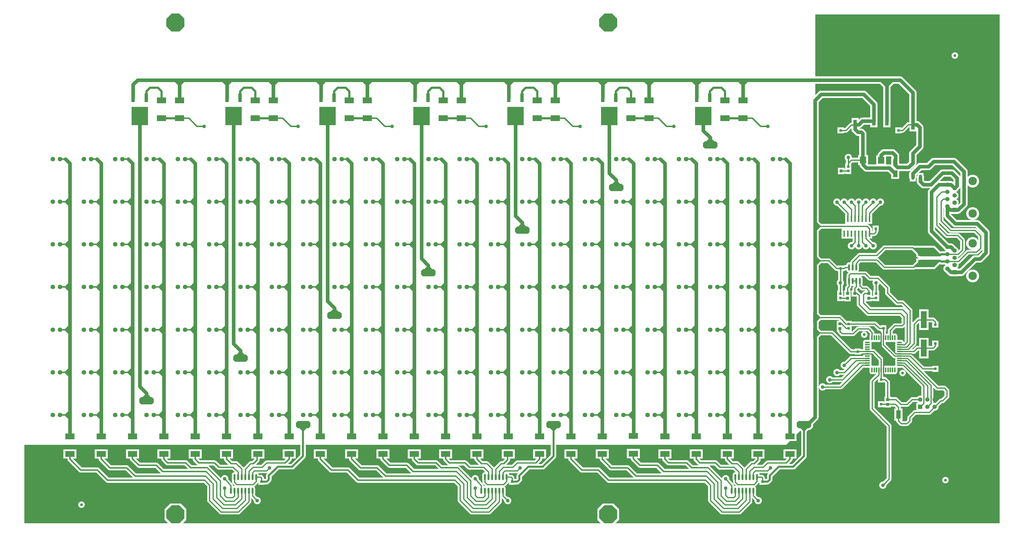
<source format=gtl>
%FSLAX24Y24*%
%MOIN*%
G70*
G01*
G75*
G04 Layer_Physical_Order=1*
G04 Layer_Color=255*
%ADD10R,0.1299X0.0787*%
%ADD11O,0.0217X0.0689*%
%ADD12O,0.0689X0.0217*%
%ADD13R,0.0354X0.0354*%
%ADD14C,0.0394*%
%ADD15R,0.2264X0.2559*%
%ADD16R,0.0492X0.1201*%
%ADD17O,0.0236X0.0866*%
%ADD18R,0.0335X0.0335*%
%ADD19R,0.0394X0.0394*%
%ADD20R,0.0630X0.1181*%
%ADD21R,0.0787X0.2362*%
%ADD22R,0.0630X0.0236*%
%ADD23R,0.0472X0.1378*%
%ADD24R,0.0866X0.0925*%
%ADD25R,0.0610X0.0925*%
%ADD26R,0.0335X0.0669*%
%ADD27R,0.2185X0.2559*%
%ADD28R,0.0236X0.0866*%
%ADD29C,0.0150*%
%ADD30C,0.0500*%
%ADD31C,0.0200*%
%ADD32C,0.0300*%
%ADD33C,0.0250*%
%ADD34C,0.0100*%
%ADD35C,0.0630*%
%ADD36C,0.0591*%
%ADD37C,0.0591*%
%ADD38R,0.0591X0.0591*%
%ADD39P,0.2706X8X22.5*%
%ADD40C,0.1161*%
%ADD41R,0.0591X0.0591*%
%ADD42C,0.0500*%
G36*
X145422Y35139D02*
Y33716D01*
X145190Y33621D01*
X144402Y34425D01*
Y34445D01*
X145191Y35234D01*
X145422Y35139D01*
D02*
G37*
G36*
X149854Y35139D02*
Y33717D01*
X149622Y33622D01*
X148834Y34426D01*
Y34446D01*
X149623Y35235D01*
X149854Y35139D01*
D02*
G37*
G36*
X50248Y35139D02*
Y33717D01*
X50016Y33622D01*
X49228Y34426D01*
Y34446D01*
X50017Y35235D01*
X50248Y35139D01*
D02*
G37*
G36*
X163999Y32730D02*
X164093Y32718D01*
X164153Y32726D01*
X164153D01*
X164145Y32666D01*
X164157Y32572D01*
X164184Y32508D01*
X164157Y32444D01*
X164145Y32351D01*
X164157Y32257D01*
X164184Y32193D01*
X164157Y32129D01*
X164145Y32036D01*
X164157Y31942D01*
X164184Y31878D01*
X164157Y31814D01*
X164145Y31721D01*
X164157Y31627D01*
X164184Y31563D01*
X164157Y31499D01*
X164145Y31406D01*
X164157Y31312D01*
X164193Y31225D01*
X164251Y31150D01*
X164319Y31098D01*
X164319Y31098D01*
X164319D01*
D01*
X164243D01*
X162840Y32501D01*
Y32719D01*
X162927Y32730D01*
X162991Y32757D01*
X163055Y32730D01*
X163148Y32718D01*
X163242Y32730D01*
X163306Y32757D01*
X163369Y32730D01*
X163463Y32718D01*
X163557Y32730D01*
X163620Y32757D01*
X163684Y32730D01*
X163778Y32718D01*
X163871Y32730D01*
X163935Y32757D01*
X163999Y32730D01*
D02*
G37*
G36*
X156412Y35702D02*
Y35702D01*
X156060D01*
Y34808D01*
Y34139D01*
X156183D01*
X156185Y34128D01*
X156190Y34086D01*
X156207Y34046D01*
X156223Y34007D01*
X156275Y33939D01*
X156575Y33639D01*
X156605Y33616D01*
X156643Y33587D01*
X156722Y33554D01*
X156807Y33543D01*
X158337D01*
X158380Y33548D01*
X158422Y33554D01*
X158461Y33570D01*
X158501Y33587D01*
X158569Y33639D01*
X159153Y34223D01*
X160321D01*
X160615Y33928D01*
Y33696D01*
X160594Y33645D01*
X160582Y33552D01*
Y33079D01*
X160590Y33019D01*
X160590Y33019D01*
X160530Y33027D01*
X160057D01*
X159964Y33015D01*
X159877Y32979D01*
X159802Y32921D01*
X159745Y32846D01*
X159708Y32759D01*
X159696Y32666D01*
X159708Y32572D01*
X159735Y32508D01*
X159708Y32444D01*
X159696Y32351D01*
X159708Y32257D01*
X159735Y32193D01*
X159708Y32129D01*
X159696Y32036D01*
X159708Y31942D01*
X159735Y31878D01*
X159708Y31814D01*
X159698Y31734D01*
X159404D01*
Y31819D01*
X158549D01*
Y31720D01*
X158122D01*
X155639Y34202D01*
X155571Y34254D01*
X155531Y34271D01*
X155492Y34287D01*
X155450Y34293D01*
X155407Y34298D01*
X153863D01*
X153561Y34605D01*
Y35474D01*
X153880Y35793D01*
X156321D01*
X156412Y35702D01*
D02*
G37*
G36*
X153827Y33970D02*
Y33950D01*
X153038Y33161D01*
X152807Y33257D01*
Y34680D01*
X153039Y34774D01*
X153827Y33970D01*
D02*
G37*
G36*
X54578Y35139D02*
Y33717D01*
X54347Y33622D01*
X53558Y34426D01*
Y34446D01*
X54347Y35235D01*
X54578Y35139D01*
D02*
G37*
G36*
X71901D02*
Y33717D01*
X71670Y33622D01*
X70881Y34426D01*
Y34446D01*
X71670Y35235D01*
X71901Y35139D01*
D02*
G37*
G36*
X76232D02*
Y33717D01*
X76000Y33622D01*
X75212Y34426D01*
Y34446D01*
X76001Y35235D01*
X76232Y35139D01*
D02*
G37*
G36*
X80563D02*
Y33717D01*
X80331Y33622D01*
X79543Y34426D01*
Y34446D01*
X80332Y35235D01*
X80563Y35139D01*
D02*
G37*
G36*
X58909D02*
Y33717D01*
X58678Y33622D01*
X57889Y34426D01*
Y34446D01*
X58678Y35235D01*
X58909Y35139D01*
D02*
G37*
G36*
X63240D02*
Y33717D01*
X63008Y33622D01*
X62220Y34426D01*
Y34446D01*
X63009Y35235D01*
X63240Y35139D01*
D02*
G37*
G36*
X67570D02*
Y33717D01*
X67339Y33622D01*
X66550Y34426D01*
Y34446D01*
X67339Y35235D01*
X67570Y35139D01*
D02*
G37*
G36*
X123870Y29234D02*
Y27811D01*
X123638Y27717D01*
X122850Y28521D01*
Y28541D01*
X123639Y29330D01*
X123870Y29234D01*
D02*
G37*
G36*
X128200D02*
Y27811D01*
X127969Y27717D01*
X127180Y28521D01*
Y28541D01*
X127969Y29330D01*
X128200Y29234D01*
D02*
G37*
G36*
X132531D02*
Y27811D01*
X132300Y27717D01*
X131511Y28521D01*
Y28541D01*
X132300Y29330D01*
X132531Y29234D01*
D02*
G37*
G36*
X110878D02*
Y27811D01*
X110646Y27717D01*
X109858Y28521D01*
Y28541D01*
X110647Y29330D01*
X110878Y29234D01*
D02*
G37*
G36*
X115208D02*
Y27811D01*
X114977Y27717D01*
X114188Y28521D01*
Y28541D01*
X114977Y29330D01*
X115208Y29234D01*
D02*
G37*
G36*
X119539D02*
Y27811D01*
X119307Y27717D01*
X118519Y28521D01*
Y28541D01*
X119308Y29330D01*
X119539Y29234D01*
D02*
G37*
G36*
X136862D02*
Y27811D01*
X136630Y27717D01*
X135842Y28521D01*
Y28541D01*
X136631Y29330D01*
X136862Y29234D01*
D02*
G37*
G36*
X161879Y30185D02*
Y29463D01*
X161795Y29452D01*
X161731Y29425D01*
X161667Y29452D01*
X161573Y29464D01*
X161480Y29452D01*
X161416Y29425D01*
X161352Y29452D01*
X161258Y29464D01*
X161165Y29452D01*
X161101Y29425D01*
X161037Y29452D01*
X160943Y29464D01*
X160883Y29456D01*
Y29456D01*
X160891Y29516D01*
X160879Y29610D01*
X160852Y29674D01*
X160879Y29738D01*
X160891Y29831D01*
X160879Y29925D01*
X160852Y29989D01*
X160879Y30053D01*
X160891Y30146D01*
X160879Y30240D01*
X160852Y30304D01*
X160879Y30368D01*
X160891Y30461D01*
X160879Y30555D01*
X160852Y30619D01*
X160879Y30682D01*
X160891Y30776D01*
X160879Y30870D01*
X160843Y30957D01*
X160785Y31032D01*
X160725Y31078D01*
X160725D01*
Y31078D01*
X160986D01*
X161879Y30185D01*
D02*
G37*
G36*
X165479Y34879D02*
Y32856D01*
X165334Y32711D01*
X165334Y32711D01*
Y32711D01*
Y32711D01*
D01*
X165328Y32759D01*
X165292Y32846D01*
X165234Y32921D01*
X165159Y32979D01*
X165072Y33015D01*
X164979Y33027D01*
X164506D01*
X164446Y33019D01*
Y33019D01*
X164454Y33079D01*
Y33552D01*
X164442Y33645D01*
X164406Y33732D01*
X164348Y33807D01*
X164274Y33865D01*
X164186Y33901D01*
X164093Y33913D01*
X163999Y33901D01*
X163935Y33874D01*
X163871Y33901D01*
X163785Y33912D01*
Y34185D01*
X164243Y34643D01*
X165107D01*
X165150Y34648D01*
X165192Y34654D01*
X165231Y34670D01*
X165271Y34687D01*
X165339Y34739D01*
X165479Y34879D01*
D01*
D02*
G37*
G36*
X162185Y32877D02*
Y32365D01*
X162190Y32323D01*
X162196Y32280D01*
X162212Y32241D01*
X162229Y32201D01*
X162281Y32133D01*
X163875Y30539D01*
X163943Y30487D01*
X163983Y30470D01*
X164022Y30454D01*
X164065Y30448D01*
X164107Y30443D01*
X164147D01*
X164157Y30368D01*
X164184Y30304D01*
X164157Y30240D01*
X164145Y30146D01*
X164157Y30053D01*
X164184Y29989D01*
X164157Y29925D01*
X164145Y29831D01*
X164157Y29738D01*
X164184Y29674D01*
X164157Y29610D01*
X164145Y29516D01*
X164153Y29456D01*
X164153Y29456D01*
X164093Y29464D01*
X163999Y29452D01*
X163935Y29425D01*
X163871Y29452D01*
X163778Y29464D01*
X163684Y29452D01*
X163620Y29425D01*
X163557Y29452D01*
X163463Y29464D01*
X163369Y29452D01*
X163306Y29425D01*
X163242Y29452D01*
X163148Y29464D01*
X163055Y29452D01*
X162991Y29425D01*
X162927Y29452D01*
X162833Y29464D01*
X162740Y29452D01*
X162652Y29416D01*
X162578Y29358D01*
X162535Y29303D01*
X162535D01*
D01*
Y30320D01*
X162535D01*
D01*
D01*
X162535Y30320D01*
X162535D01*
X162535Y30320D01*
D01*
X162524Y30405D01*
X162501Y30461D01*
X162491Y30484D01*
X162468Y30514D01*
X162439Y30552D01*
X161353Y31638D01*
X161286Y31690D01*
X161246Y31706D01*
X161206Y31723D01*
X161164Y31728D01*
X161122Y31734D01*
X160890D01*
X160879Y31814D01*
X160852Y31878D01*
X160879Y31942D01*
X160891Y32036D01*
X160879Y32129D01*
X160852Y32193D01*
X160879Y32257D01*
X160891Y32351D01*
X160879Y32444D01*
X160852Y32508D01*
X160879Y32572D01*
X160891Y32666D01*
X160883Y32726D01*
X160883D01*
D01*
D01*
D01*
D01*
Y32726D01*
X160943Y32718D01*
X161037Y32730D01*
X161101Y32757D01*
X161165Y32730D01*
X161258Y32718D01*
X161352Y32730D01*
X161416Y32757D01*
X161480Y32730D01*
X161573Y32718D01*
X161667Y32730D01*
X161731Y32757D01*
X161795Y32730D01*
X161888Y32718D01*
X161982Y32730D01*
X162069Y32766D01*
X162144Y32824D01*
X162185Y32877D01*
D01*
D02*
G37*
G36*
X141192Y29234D02*
Y27811D01*
X140961Y27717D01*
X140172Y28521D01*
Y28541D01*
X140962Y29330D01*
X141192Y29234D01*
D02*
G37*
G36*
X167779Y26535D02*
Y25274D01*
X167779Y25274D01*
X167749Y25286D01*
X167607Y25305D01*
X167465Y25286D01*
X167332Y25231D01*
X167218Y25144D01*
X167171Y25083D01*
X166482D01*
X166440Y25077D01*
X166397Y25072D01*
X166358Y25055D01*
X166318Y25039D01*
X166250Y24987D01*
X165662Y24398D01*
X165052D01*
X164464Y24987D01*
X164396Y25039D01*
X164356Y25055D01*
X164317Y25072D01*
X164275Y25077D01*
X164232Y25083D01*
X163554D01*
Y25202D01*
X163435D01*
Y27170D01*
X163424Y27255D01*
X163391Y27334D01*
X163361Y27373D01*
X163339Y27402D01*
X162974Y27767D01*
X162906Y27819D01*
X162866Y27836D01*
X162827Y27852D01*
X162785Y27858D01*
X162742Y27863D01*
X162634D01*
Y27963D01*
X162531D01*
Y28436D01*
X162531Y28436D01*
Y28436D01*
X162578Y28375D01*
X162652Y28317D01*
X162740Y28281D01*
X162833Y28269D01*
X162927Y28281D01*
X162991Y28308D01*
X163055Y28281D01*
X163148Y28269D01*
X163242Y28281D01*
X163306Y28308D01*
X163369Y28281D01*
X163463Y28269D01*
X163557Y28281D01*
X163620Y28308D01*
X163684Y28281D01*
X163778Y28269D01*
X163871Y28281D01*
X163935Y28308D01*
X163999Y28281D01*
X164093Y28269D01*
X164186Y28281D01*
X164274Y28317D01*
X164348Y28375D01*
X164406Y28450D01*
X164442Y28537D01*
X164454Y28630D01*
Y29103D01*
X164446Y29163D01*
X164446D01*
D01*
D01*
D01*
D01*
Y29163D01*
X164506Y29155D01*
X164979D01*
X165072Y29167D01*
X165124Y29188D01*
X165126D01*
X167779Y26535D01*
D02*
G37*
G36*
X74159Y31000D02*
X74340D01*
X74590Y30750D01*
Y30250D01*
X74340Y30000D01*
X72840D01*
X72590Y30250D01*
Y30750D01*
X72840Y31000D01*
X73029D01*
X73589Y31550D01*
X73609D01*
X74159Y31000D01*
D02*
G37*
G36*
X153827Y36120D02*
Y36100D01*
X153038Y35311D01*
X152807Y35407D01*
Y36830D01*
X153039Y36925D01*
X153827Y36120D01*
D02*
G37*
G36*
X87151Y36905D02*
X87333D01*
X87583Y36655D01*
Y36155D01*
X87333Y35905D01*
X85833D01*
X85583Y36155D01*
Y36655D01*
X85833Y36905D01*
X86021D01*
X86581Y37455D01*
X86601D01*
X87151Y36905D01*
D02*
G37*
G36*
X157388Y42733D02*
X157398Y42654D01*
X157436Y42565D01*
X157495Y42488D01*
X157571Y42429D01*
X157661Y42392D01*
X157709Y42386D01*
D01*
X157709D01*
D01*
Y42386D01*
X157525Y42202D01*
X157473Y42134D01*
X157457Y42095D01*
X157440Y42055D01*
X157435Y42013D01*
X157429Y41970D01*
Y41661D01*
X157398Y41587D01*
X157386Y41491D01*
Y40861D01*
X157398Y40765D01*
X157429Y40690D01*
Y40556D01*
X157325Y40452D01*
X157273Y40384D01*
X157257Y40345D01*
X157240Y40305D01*
X157235Y40263D01*
X157229Y40220D01*
Y39902D01*
X157110D01*
Y39233D01*
Y39114D01*
X156974D01*
Y39223D01*
Y39853D01*
X156885D01*
Y40542D01*
X156914Y40564D01*
X156994Y40668D01*
X157044Y40790D01*
X157061Y40920D01*
X157044Y41051D01*
X156994Y41173D01*
X156935Y41249D01*
Y42478D01*
X157027D01*
Y42578D01*
X157097D01*
X157140Y42583D01*
X157182Y42589D01*
X157222Y42605D01*
X157261Y42622D01*
X157329Y42674D01*
X157388Y42733D01*
D01*
D02*
G37*
G36*
X141192Y35139D02*
Y33717D01*
X140961Y33622D01*
X140172Y34426D01*
Y34446D01*
X140962Y35235D01*
X141192Y35139D01*
D02*
G37*
G36*
X161715Y34389D02*
X161783Y34337D01*
X161862Y34304D01*
X161947Y34293D01*
X162091D01*
Y34193D01*
X162190D01*
Y33746D01*
Y33746D01*
Y33746D01*
X162190D01*
X162144Y33807D01*
X162069Y33865D01*
X161982Y33901D01*
X161888Y33913D01*
X161795Y33901D01*
X161731Y33874D01*
X161667Y33901D01*
X161573Y33913D01*
X161480Y33901D01*
X161416Y33874D01*
X161352Y33901D01*
X161271Y33911D01*
Y34064D01*
X161266Y34107D01*
X161260Y34149D01*
X161244Y34189D01*
X161227Y34228D01*
X161198Y34267D01*
X161175Y34296D01*
X160689Y34782D01*
X160621Y34834D01*
X160581Y34851D01*
X160542Y34867D01*
X160500Y34873D01*
X160457Y34878D01*
X159017D01*
X158932Y34867D01*
X158853Y34834D01*
X158815Y34805D01*
X158785Y34782D01*
X158201Y34198D01*
X158124D01*
Y34818D01*
Y34908D01*
X161196D01*
X161715Y34389D01*
D02*
G37*
G36*
X155790Y42674D02*
X155820Y42651D01*
X155858Y42622D01*
X155914Y42598D01*
X155937Y42589D01*
X155947Y42588D01*
X156022Y42578D01*
X156173D01*
Y42478D01*
X156279D01*
Y41338D01*
X156200Y41277D01*
X156120Y41173D01*
X156070Y41051D01*
X156053Y40920D01*
X156070Y40790D01*
X156120Y40668D01*
X156200Y40564D01*
X156229Y40542D01*
Y39853D01*
X156140D01*
Y39018D01*
Y38388D01*
X156974D01*
Y38458D01*
X157110D01*
Y38339D01*
X158004D01*
Y39008D01*
Y39902D01*
X157885D01*
Y40085D01*
X157989Y40189D01*
X158018Y40227D01*
X158041Y40257D01*
X158051Y40280D01*
X158074Y40336D01*
X158085Y40420D01*
Y40534D01*
X158085D01*
D01*
D01*
Y40534D01*
X158161Y40502D01*
X158257Y40489D01*
X158353Y40502D01*
X158429Y40534D01*
D01*
Y40506D01*
X158325Y40402D01*
X158273Y40334D01*
X158257Y40295D01*
X158240Y40255D01*
X158235Y40213D01*
X158229Y40170D01*
Y39902D01*
X158110D01*
Y39008D01*
X158822D01*
Y37928D01*
X158828Y37885D01*
X158833Y37843D01*
X158850Y37803D01*
X158866Y37764D01*
X158918Y37696D01*
X160175Y36439D01*
X160205Y36416D01*
X160243Y36387D01*
X160299Y36363D01*
X160322Y36354D01*
X160332Y36353D01*
X160407Y36343D01*
X164771D01*
X165029Y36085D01*
Y35356D01*
X164971Y35298D01*
X164107D01*
X164022Y35287D01*
X163943Y35254D01*
X163875Y35202D01*
X163225Y34552D01*
X163173Y34484D01*
X163157Y34445D01*
X163140Y34405D01*
X163135Y34363D01*
X163129Y34320D01*
Y33910D01*
X163055Y33901D01*
X162991Y33874D01*
X162927Y33901D01*
X162846Y33911D01*
Y34193D01*
X162945D01*
Y35048D01*
X162091D01*
Y34948D01*
X162083D01*
X161564Y35467D01*
X161496Y35519D01*
X161457Y35536D01*
X161417Y35552D01*
X161375Y35558D01*
X161332Y35563D01*
X158124D01*
Y35653D01*
X157388D01*
X156689Y36352D01*
X156621Y36404D01*
X156581Y36421D01*
X156542Y36437D01*
X156500Y36443D01*
X156457Y36448D01*
X153863D01*
X153561Y36755D01*
Y43294D01*
X153910Y43643D01*
X154821D01*
X155790Y42674D01*
D02*
G37*
G36*
X160386Y41328D02*
X160454Y41276D01*
X160533Y41243D01*
X160618Y41232D01*
X161116D01*
D01*
D01*
X161116Y41232D01*
X161070Y41173D01*
X161020Y41051D01*
X161003Y40920D01*
X161020Y40790D01*
X161070Y40668D01*
X161150Y40564D01*
X161179Y40542D01*
Y39853D01*
X161090D01*
Y39223D01*
Y39114D01*
X160954D01*
Y39233D01*
Y39902D01*
X160824D01*
X160824Y39905D01*
X160814Y39928D01*
X160791Y39984D01*
X160762Y40023D01*
X160739Y40052D01*
X160389Y40402D01*
X160321Y40454D01*
X160281Y40471D01*
X160242Y40487D01*
X160200Y40493D01*
X160157Y40498D01*
X159743D01*
X159585Y40656D01*
Y40690D01*
X159616Y40765D01*
X159628Y40861D01*
Y41491D01*
X159616Y41587D01*
X159579Y41676D01*
X159520Y41753D01*
X159443Y41812D01*
X159369Y41843D01*
D01*
X159871D01*
X160386Y41328D01*
D02*
G37*
G36*
X50248Y41045D02*
Y39622D01*
X50016Y39528D01*
X49228Y40332D01*
Y40352D01*
X50017Y41141D01*
X50248Y41045D01*
D02*
G37*
G36*
X54578D02*
Y39622D01*
X54347Y39528D01*
X53558Y40332D01*
Y40352D01*
X54347Y41141D01*
X54578Y41045D01*
D02*
G37*
G36*
X58909D02*
Y39622D01*
X58678Y39528D01*
X57889Y40332D01*
Y40352D01*
X58678Y41141D01*
X58909Y41045D01*
D02*
G37*
G36*
X159060Y40254D02*
X159375Y39939D01*
X159443Y39887D01*
X159522Y39854D01*
X159607Y39843D01*
X160021D01*
X160060Y39804D01*
Y39783D01*
X159942D01*
X159857Y39772D01*
X159778Y39739D01*
X159739Y39710D01*
X159710Y39687D01*
X159525Y39502D01*
X159473Y39434D01*
X159457Y39395D01*
X159440Y39355D01*
X159437Y39333D01*
D01*
D01*
X159437D01*
D01*
X159434Y39341D01*
X159404Y39380D01*
X159382Y39409D01*
X159104Y39687D01*
X159036Y39739D01*
X159004Y39752D01*
Y39902D01*
X158885D01*
Y40035D01*
X158989Y40139D01*
X159018Y40177D01*
X159041Y40207D01*
X159051Y40230D01*
X159060Y40254D01*
X159060D01*
D02*
G37*
G36*
X145422Y41044D02*
Y39621D01*
X145190Y39527D01*
X144402Y40331D01*
Y40351D01*
X145191Y41140D01*
X145422Y41044D01*
D02*
G37*
G36*
X149854Y41045D02*
Y39622D01*
X149622Y39528D01*
X148834Y40332D01*
Y40352D01*
X149623Y41141D01*
X149854Y41045D01*
D02*
G37*
G36*
X97885Y35139D02*
Y33717D01*
X97654Y33622D01*
X96865Y34426D01*
Y34446D01*
X97654Y35235D01*
X97885Y35139D01*
D02*
G37*
G36*
X102216D02*
Y33717D01*
X101985Y33622D01*
X101196Y34426D01*
Y34446D01*
X101985Y35235D01*
X102216Y35139D01*
D02*
G37*
G36*
X106547D02*
Y33717D01*
X106315Y33622D01*
X105527Y34426D01*
Y34446D01*
X106316Y35235D01*
X106547Y35139D01*
D02*
G37*
G36*
X84893D02*
Y33717D01*
X84662Y33622D01*
X83873Y34426D01*
Y34446D01*
X84662Y35235D01*
X84893Y35139D01*
D02*
G37*
G36*
X89224D02*
Y33717D01*
X88993Y33622D01*
X88204Y34426D01*
Y34446D01*
X88993Y35235D01*
X89224Y35139D01*
D02*
G37*
G36*
X93555D02*
Y33717D01*
X93323Y33622D01*
X92535Y34426D01*
Y34446D01*
X93324Y35235D01*
X93555Y35139D01*
D02*
G37*
G36*
X110878D02*
Y33717D01*
X110646Y33622D01*
X109858Y34426D01*
Y34446D01*
X110647Y35235D01*
X110878Y35139D01*
D02*
G37*
G36*
X128200D02*
Y33717D01*
X127969Y33622D01*
X127180Y34426D01*
Y34446D01*
X127969Y35235D01*
X128200Y35139D01*
D02*
G37*
G36*
X132531D02*
Y33717D01*
X132300Y33622D01*
X131511Y34426D01*
Y34446D01*
X132300Y35235D01*
X132531Y35139D01*
D02*
G37*
G36*
X136862D02*
Y33717D01*
X136630Y33622D01*
X135842Y34426D01*
Y34446D01*
X136631Y35235D01*
X136862Y35139D01*
D02*
G37*
G36*
X115208D02*
Y33717D01*
X114977Y33622D01*
X114188Y34426D01*
Y34446D01*
X114977Y35235D01*
X115208Y35139D01*
D02*
G37*
G36*
X119539D02*
Y33717D01*
X119307Y33622D01*
X118519Y34426D01*
Y34446D01*
X119308Y35235D01*
X119539Y35139D01*
D02*
G37*
G36*
X123870D02*
Y33717D01*
X123638Y33622D01*
X122850Y34426D01*
Y34446D01*
X123639Y35235D01*
X123870Y35139D01*
D02*
G37*
G36*
X71901Y23328D02*
Y21906D01*
X71670Y21811D01*
X70881Y22615D01*
Y22635D01*
X71670Y23424D01*
X71901Y23328D01*
D02*
G37*
G36*
X76232D02*
Y21906D01*
X76000Y21811D01*
X75212Y22615D01*
Y22635D01*
X76001Y23424D01*
X76232Y23328D01*
D02*
G37*
G36*
X80563D02*
Y21906D01*
X80331Y21811D01*
X79543Y22615D01*
Y22635D01*
X80332Y23424D01*
X80563Y23328D01*
D02*
G37*
G36*
X58909D02*
Y21906D01*
X58678Y21811D01*
X57889Y22615D01*
Y22635D01*
X58678Y23424D01*
X58909Y23328D01*
D02*
G37*
G36*
X63240D02*
Y21906D01*
X63008Y21811D01*
X62220Y22615D01*
Y22635D01*
X63009Y23424D01*
X63240Y23328D01*
D02*
G37*
G36*
X67570D02*
Y21906D01*
X67339Y21811D01*
X66550Y22615D01*
Y22635D01*
X67339Y23424D01*
X67570Y23328D01*
D02*
G37*
G36*
X84893D02*
Y21906D01*
X84662Y21811D01*
X83873Y22615D01*
Y22635D01*
X84662Y23424D01*
X84893Y23328D01*
D02*
G37*
G36*
X102216D02*
Y21906D01*
X101985Y21811D01*
X101196Y22615D01*
Y22635D01*
X101985Y23424D01*
X102216Y23328D01*
D02*
G37*
G36*
X106547D02*
Y21906D01*
X106315Y21811D01*
X105527Y22615D01*
Y22635D01*
X106316Y23424D01*
X106547Y23328D01*
D02*
G37*
G36*
X110878D02*
Y21906D01*
X110646Y21811D01*
X109858Y22615D01*
Y22635D01*
X110647Y23424D01*
X110878Y23328D01*
D02*
G37*
G36*
X89224D02*
Y21906D01*
X88993Y21811D01*
X88204Y22615D01*
Y22635D01*
X88993Y23424D01*
X89224Y23328D01*
D02*
G37*
G36*
X93555D02*
Y21906D01*
X93323Y21811D01*
X92535Y22615D01*
Y22635D01*
X93324Y23424D01*
X93555Y23328D01*
D02*
G37*
G36*
X97885D02*
Y21906D01*
X97654Y21811D01*
X96865Y22615D01*
Y22635D01*
X97654Y23424D01*
X97885Y23328D01*
D02*
G37*
G36*
X139655Y15136D02*
X139728Y15080D01*
X139813Y15045D01*
X139905Y15033D01*
X139996Y15045D01*
X140028Y15058D01*
X141734D01*
X142110Y14683D01*
D01*
X142046Y14691D01*
X141950Y14678D01*
X141860Y14641D01*
X141784Y14582D01*
X141725Y14505D01*
X141687Y14416D01*
X141675Y14320D01*
Y13690D01*
X141687Y13594D01*
X141718Y13519D01*
Y13310D01*
X141724Y13267D01*
X141729Y13225D01*
X141746Y13185D01*
X141762Y13146D01*
X141814Y13078D01*
X142098Y12794D01*
D01*
X142046Y12801D01*
X141950Y12789D01*
X141874Y12757D01*
X141874Y12757D01*
D01*
D01*
Y12826D01*
X141870Y12856D01*
X141868Y12887D01*
X141864Y12899D01*
X141863Y12911D01*
X141851Y12939D01*
X141841Y12968D01*
X141835Y12979D01*
X141830Y12990D01*
X141811Y13014D01*
X141794Y13040D01*
X141201Y13728D01*
X141209Y13786D01*
X141192Y13916D01*
X141141Y14038D01*
X141061Y14142D01*
X140957Y14223D01*
X140835Y14273D01*
X140705Y14290D01*
X140574Y14273D01*
X140453Y14223D01*
X140348Y14142D01*
X140268Y14038D01*
X140218Y13916D01*
X140208Y13846D01*
Y13846D01*
X140208Y13846D01*
X138599Y15455D01*
X138585Y15487D01*
X138529Y15560D01*
X138456Y15617D01*
X138417Y15633D01*
X138417D01*
X139158D01*
X139655Y15136D01*
D02*
G37*
G36*
X70364Y15136D02*
X70437Y15080D01*
X70522Y15045D01*
X70613Y15033D01*
X70705Y15045D01*
X70737Y15058D01*
X72443D01*
X72818Y14683D01*
D01*
X72755Y14691D01*
X72659Y14678D01*
X72569Y14641D01*
X72492Y14582D01*
X72433Y14505D01*
X72396Y14416D01*
X72383Y14320D01*
Y13690D01*
X72396Y13594D01*
X72427Y13519D01*
Y13310D01*
X72433Y13267D01*
X72438Y13225D01*
X72454Y13185D01*
X72471Y13146D01*
X72523Y13078D01*
X72807Y12794D01*
D01*
X72755Y12801D01*
X72659Y12789D01*
X72583Y12757D01*
X72583Y12757D01*
D01*
D01*
Y12826D01*
X72579Y12856D01*
X72577Y12887D01*
X72573Y12899D01*
X72571Y12911D01*
X72560Y12939D01*
X72550Y12968D01*
X72543Y12979D01*
X72539Y12990D01*
X72520Y13014D01*
X72503Y13040D01*
X71910Y13728D01*
X71918Y13786D01*
X71901Y13916D01*
X71850Y14038D01*
X71770Y14142D01*
X71666Y14223D01*
X71544Y14273D01*
X71413Y14290D01*
X71283Y14273D01*
X71161Y14223D01*
X71057Y14142D01*
X70977Y14038D01*
X70926Y13916D01*
X70917Y13846D01*
Y13846D01*
X70917Y13846D01*
X69307Y15456D01*
X69294Y15487D01*
X69238Y15560D01*
X69165Y15617D01*
X69126Y15633D01*
X69126D01*
X69867D01*
X70364Y15136D01*
D02*
G37*
G36*
X105009D02*
X105083Y15080D01*
X105168Y15045D01*
X105259Y15033D01*
X105350Y15045D01*
X105382Y15058D01*
X107089D01*
X107464Y14683D01*
D01*
X107400Y14691D01*
X107304Y14678D01*
X107215Y14641D01*
X107138Y14582D01*
X107079Y14505D01*
X107042Y14416D01*
X107029Y14320D01*
Y13690D01*
X107042Y13594D01*
X107073Y13519D01*
Y13310D01*
X107078Y13267D01*
X107084Y13225D01*
X107100Y13185D01*
X107117Y13146D01*
X107169Y13078D01*
X107452Y12794D01*
D01*
X107400Y12801D01*
X107304Y12789D01*
X107228Y12757D01*
X107228Y12757D01*
D01*
D01*
Y12826D01*
X107224Y12856D01*
X107222Y12887D01*
X107219Y12899D01*
X107217Y12911D01*
X107205Y12939D01*
X107196Y12968D01*
X107189Y12979D01*
X107184Y12990D01*
X107166Y13014D01*
X107149Y13040D01*
X106556Y13728D01*
X106563Y13786D01*
X106546Y13916D01*
X106496Y14038D01*
X106416Y14142D01*
X106311Y14223D01*
X106190Y14273D01*
X106059Y14290D01*
X105929Y14273D01*
X105807Y14223D01*
X105702Y14142D01*
X105622Y14038D01*
X105572Y13916D01*
X105563Y13846D01*
Y13846D01*
X105563Y13846D01*
X103953Y15456D01*
X103940Y15487D01*
X103884Y15560D01*
X103811Y15617D01*
X103771Y15633D01*
X103771D01*
X104513D01*
X105009Y15136D01*
D02*
G37*
G36*
X146637Y14589D02*
X146529Y14481D01*
X146469Y14402D01*
X146431Y14311D01*
X146418Y14213D01*
Y13817D01*
X146354Y13753D01*
X146223D01*
Y13802D01*
X146124D01*
Y13894D01*
X146118Y13937D01*
X146113Y13979D01*
X146096Y14019D01*
X146080Y14058D01*
X146028Y14126D01*
X145918Y14237D01*
X145850Y14289D01*
X145810Y14305D01*
X145771Y14321D01*
X145728Y14327D01*
X145686Y14333D01*
X145416D01*
X145405Y14416D01*
X145368Y14505D01*
X145327Y14558D01*
D01*
D01*
D01*
X145327Y14558D01*
X146505D01*
X146547Y14564D01*
X146590Y14569D01*
X146629Y14586D01*
X146637Y14589D01*
D01*
D02*
G37*
G36*
X77346Y14589D02*
X77237Y14481D01*
X77177Y14402D01*
X77139Y14311D01*
X77126Y14213D01*
Y13817D01*
X77063Y13753D01*
X76932D01*
Y13802D01*
X76833D01*
Y13894D01*
X76827Y13937D01*
X76821Y13979D01*
X76805Y14019D01*
X76789Y14058D01*
X76737Y14126D01*
X76626Y14237D01*
X76558Y14289D01*
X76519Y14305D01*
X76479Y14321D01*
X76437Y14327D01*
X76394Y14333D01*
X76124D01*
X76113Y14416D01*
X76076Y14505D01*
X76036Y14558D01*
D01*
D01*
D01*
X76036Y14558D01*
X77213D01*
X77256Y14564D01*
X77298Y14569D01*
X77338Y14586D01*
X77346Y14589D01*
D01*
D02*
G37*
G36*
X111991D02*
X111883Y14481D01*
X111823Y14402D01*
X111785Y14311D01*
X111772Y14213D01*
Y13817D01*
X111709Y13753D01*
X111578D01*
Y13802D01*
X111478D01*
Y13894D01*
X111473Y13937D01*
X111467Y13979D01*
X111451Y14019D01*
X111434Y14058D01*
X111382Y14126D01*
X111272Y14237D01*
X111204Y14289D01*
X111165Y14305D01*
X111125Y14321D01*
X111083Y14327D01*
X111040Y14333D01*
X110770D01*
X110759Y14416D01*
X110722Y14505D01*
X110681Y14558D01*
D01*
D01*
D01*
X110681Y14558D01*
X111859D01*
X111901Y14564D01*
X111944Y14569D01*
X111983Y14586D01*
X111991Y14589D01*
D01*
D02*
G37*
G36*
X152540Y21550D02*
Y21050D01*
X152290Y20800D01*
X152054D01*
X151554Y20310D01*
X151534D01*
X151044Y20800D01*
X150790D01*
X150540Y21050D01*
Y21550D01*
X150790Y21800D01*
X152290D01*
X152540Y21550D01*
D02*
G37*
G36*
X149854Y23328D02*
Y21906D01*
X149622Y21811D01*
X148834Y22615D01*
Y22635D01*
X149623Y23424D01*
X149854Y23328D01*
D02*
G37*
G36*
X50248Y23328D02*
Y21906D01*
X50016Y21811D01*
X49228Y22615D01*
Y22635D01*
X50017Y23424D01*
X50248Y23328D01*
D02*
G37*
G36*
X54578D02*
Y21906D01*
X54347Y21811D01*
X53558Y22615D01*
Y22635D01*
X54347Y23424D01*
X54578Y23328D01*
D02*
G37*
G36*
X83249Y21550D02*
Y21050D01*
X82999Y20800D01*
X82762D01*
X82263Y20310D01*
X82243D01*
X81753Y20800D01*
X81499D01*
X81249Y21050D01*
Y21550D01*
X81499Y21800D01*
X82999D01*
X83249Y21550D01*
D02*
G37*
G36*
X117894D02*
Y21050D01*
X117644Y20800D01*
X117408D01*
X116908Y20310D01*
X116888D01*
X116398Y20800D01*
X116144D01*
X115894Y21050D01*
Y21550D01*
X116144Y21800D01*
X117644D01*
X117894Y21550D01*
D02*
G37*
G36*
X145422Y23328D02*
Y21905D01*
X145190Y21810D01*
X144402Y22614D01*
Y22634D01*
X145191Y23423D01*
X145422Y23328D01*
D02*
G37*
G36*
X67570Y29234D02*
Y27811D01*
X67339Y27717D01*
X66550Y28521D01*
Y28541D01*
X67339Y29330D01*
X67570Y29234D01*
D02*
G37*
G36*
X71901D02*
Y27811D01*
X71670Y27717D01*
X70881Y28521D01*
Y28541D01*
X71670Y29330D01*
X71901Y29234D01*
D02*
G37*
G36*
X76232D02*
Y27811D01*
X76000Y27717D01*
X75212Y28521D01*
Y28541D01*
X76001Y29330D01*
X76232Y29234D01*
D02*
G37*
G36*
X54578D02*
Y27811D01*
X54347Y27717D01*
X53558Y28521D01*
Y28541D01*
X54347Y29330D01*
X54578Y29234D01*
D02*
G37*
G36*
X58909D02*
Y27811D01*
X58678Y27717D01*
X57889Y28521D01*
Y28541D01*
X58678Y29330D01*
X58909Y29234D01*
D02*
G37*
G36*
X63240D02*
Y27811D01*
X63008Y27717D01*
X62220Y28521D01*
Y28541D01*
X63009Y29330D01*
X63240Y29234D01*
D02*
G37*
G36*
X80563D02*
Y27811D01*
X80331Y27717D01*
X79543Y28521D01*
Y28541D01*
X80332Y29330D01*
X80563Y29234D01*
D02*
G37*
G36*
X97885D02*
Y27811D01*
X97654Y27717D01*
X96865Y28521D01*
Y28541D01*
X97654Y29330D01*
X97885Y29234D01*
D02*
G37*
G36*
X102216D02*
Y27811D01*
X101985Y27717D01*
X101196Y28521D01*
Y28541D01*
X101985Y29330D01*
X102216Y29234D01*
D02*
G37*
G36*
X106547D02*
Y27811D01*
X106315Y27717D01*
X105527Y28521D01*
Y28541D01*
X106316Y29330D01*
X106547Y29234D01*
D02*
G37*
G36*
X84893D02*
Y27811D01*
X84662Y27717D01*
X83873Y28521D01*
Y28541D01*
X84662Y29330D01*
X84893Y29234D01*
D02*
G37*
G36*
X89224D02*
Y27811D01*
X88993Y27717D01*
X88204Y28521D01*
Y28541D01*
X88993Y29330D01*
X89224Y29234D01*
D02*
G37*
G36*
X93555D02*
Y27811D01*
X93323Y27717D01*
X92535Y28521D01*
Y28541D01*
X93324Y29330D01*
X93555Y29234D01*
D02*
G37*
G36*
X128200Y23328D02*
Y21906D01*
X127969Y21811D01*
X127180Y22615D01*
Y22635D01*
X127969Y23424D01*
X128200Y23328D01*
D02*
G37*
G36*
X132531D02*
Y21906D01*
X132300Y21811D01*
X131511Y22615D01*
Y22635D01*
X132300Y23424D01*
X132531Y23328D01*
D02*
G37*
G36*
X136862D02*
Y21906D01*
X136630Y21811D01*
X135842Y22615D01*
Y22635D01*
X136631Y23424D01*
X136862Y23328D01*
D02*
G37*
G36*
X115208D02*
Y21906D01*
X114977Y21811D01*
X114188Y22615D01*
Y22635D01*
X114977Y23424D01*
X115208Y23328D01*
D02*
G37*
G36*
X119539D02*
Y21906D01*
X119307Y21811D01*
X118519Y22615D01*
Y22635D01*
X119308Y23424D01*
X119539Y23328D01*
D02*
G37*
G36*
X123870D02*
Y21906D01*
X123638Y21811D01*
X122850Y22615D01*
Y22635D01*
X123639Y23424D01*
X123870Y23328D01*
D02*
G37*
G36*
X141192D02*
Y21906D01*
X140961Y21811D01*
X140172Y22615D01*
Y22635D01*
X140962Y23424D01*
X141192Y23328D01*
D02*
G37*
G36*
X145422Y29233D02*
Y27810D01*
X145190Y27716D01*
X144402Y28520D01*
Y28540D01*
X145191Y29329D01*
X145422Y29233D01*
D02*
G37*
G36*
X149854Y29234D02*
Y27811D01*
X149622Y27717D01*
X148834Y28521D01*
Y28541D01*
X149623Y29330D01*
X149854Y29234D01*
D02*
G37*
G36*
X50248Y29234D02*
Y27811D01*
X50016Y27717D01*
X49228Y28521D01*
Y28541D01*
X50017Y29330D01*
X50248Y29234D01*
D02*
G37*
G36*
X167218Y24366D02*
X167304Y24300D01*
X167304Y24300D01*
X167304D01*
D01*
X167062D01*
Y23298D01*
X166857D01*
X166782Y23288D01*
X166772Y23287D01*
X166749Y23278D01*
X166693Y23254D01*
X166655Y23225D01*
X166625Y23202D01*
X165925Y22502D01*
X165873Y22434D01*
X165857Y22395D01*
X165840Y22355D01*
X165835Y22313D01*
X165829Y22270D01*
Y21956D01*
X165621Y21748D01*
X165143D01*
X165061Y21830D01*
D01*
X165061D01*
X165061Y21830D01*
X165172D01*
Y23511D01*
X164935D01*
Y23670D01*
X164925Y23743D01*
X164925D01*
D01*
D01*
Y23743D01*
Y23743D01*
Y23743D01*
X165797D01*
X165840Y23748D01*
X165882Y23754D01*
X165922Y23770D01*
X165961Y23787D01*
X166029Y23839D01*
X166618Y24427D01*
X167171D01*
X167218Y24366D01*
D02*
G37*
G36*
X61167Y25094D02*
X61348D01*
X61598Y24844D01*
Y24344D01*
X61348Y24094D01*
X59848D01*
X59598Y24344D01*
Y24844D01*
X59848Y25094D01*
X60036D01*
X60597Y25644D01*
X60617D01*
X61167Y25094D01*
D02*
G37*
G36*
X169435Y26429D02*
X169745Y26119D01*
X169775Y26096D01*
X169813Y26067D01*
X169892Y26034D01*
X169977Y26023D01*
X170811D01*
X170979Y25855D01*
Y25306D01*
X170571Y24898D01*
X170457D01*
X170372Y24887D01*
X170316Y24864D01*
X170293Y24854D01*
X170264Y24832D01*
X170225Y24802D01*
X169714Y24291D01*
X169607Y24305D01*
X169465Y24286D01*
X169435Y24274D01*
Y24274D01*
Y26429D01*
X169435D01*
D01*
D01*
D02*
G37*
G36*
X84893Y52856D02*
Y51433D01*
X84662Y51339D01*
X83873Y52143D01*
Y52163D01*
X84662Y52952D01*
X84893Y52856D01*
D02*
G37*
G36*
X89224D02*
Y51433D01*
X88993Y51339D01*
X88204Y52143D01*
Y52163D01*
X88993Y52952D01*
X89224Y52856D01*
D02*
G37*
G36*
X93555D02*
Y51433D01*
X93323Y51339D01*
X92535Y52143D01*
Y52163D01*
X93324Y52952D01*
X93555Y52856D01*
D02*
G37*
G36*
X71901D02*
Y51433D01*
X71670Y51339D01*
X70881Y52143D01*
Y52163D01*
X71670Y52952D01*
X71901Y52856D01*
D02*
G37*
G36*
X76232D02*
Y51433D01*
X76000Y51339D01*
X75212Y52143D01*
Y52163D01*
X76001Y52952D01*
X76232Y52856D01*
D02*
G37*
G36*
X80563D02*
Y51433D01*
X80331Y51339D01*
X79543Y52143D01*
Y52163D01*
X80332Y52952D01*
X80563Y52856D01*
D02*
G37*
G36*
X97885D02*
Y51433D01*
X97654Y51339D01*
X96865Y52143D01*
Y52163D01*
X97654Y52952D01*
X97885Y52856D01*
D02*
G37*
G36*
X115208D02*
Y51433D01*
X114977Y51339D01*
X114188Y52143D01*
Y52163D01*
X114977Y52952D01*
X115208Y52856D01*
D02*
G37*
G36*
X119539D02*
Y51433D01*
X119307Y51339D01*
X118519Y52143D01*
Y52163D01*
X119308Y52952D01*
X119539Y52856D01*
D02*
G37*
G36*
X123870D02*
Y51433D01*
X123638Y51339D01*
X122850Y52143D01*
Y52163D01*
X123639Y52952D01*
X123870Y52856D01*
D02*
G37*
G36*
X102216D02*
Y51433D01*
X101985Y51339D01*
X101196Y52143D01*
Y52163D01*
X101985Y52952D01*
X102216Y52856D01*
D02*
G37*
G36*
X106547D02*
Y51433D01*
X106315Y51339D01*
X105527Y52143D01*
Y52163D01*
X106316Y52952D01*
X106547Y52856D01*
D02*
G37*
G36*
X110878D02*
Y51433D01*
X110646Y51339D01*
X109858Y52143D01*
Y52163D01*
X110647Y52952D01*
X110878Y52856D01*
D02*
G37*
G36*
X153870Y48750D02*
Y48730D01*
X153081Y47941D01*
X152850Y48037D01*
Y49459D01*
X153081Y49554D01*
X153870Y48750D01*
D02*
G37*
G36*
X169675Y48639D02*
X171075Y47239D01*
X171143Y47187D01*
X171183Y47170D01*
X171222Y47154D01*
X171265Y47148D01*
X171307Y47143D01*
X172671D01*
X173129Y46685D01*
Y45606D01*
X172905Y45382D01*
X172888Y45513D01*
X172833Y45645D01*
X172746Y45759D01*
X172632Y45847D01*
X172567Y45874D01*
X172214Y46227D01*
X172109Y46307D01*
X171988Y46358D01*
X171857Y46375D01*
X171566D01*
X169661Y48280D01*
Y48657D01*
X169661Y48657D01*
Y48657D01*
X169675Y48639D01*
D02*
G37*
G36*
X170275Y49239D02*
X171575Y47939D01*
X171614Y47909D01*
X171643Y47887D01*
X171666Y47877D01*
X171722Y47854D01*
X171807Y47843D01*
X175071D01*
X175629Y47285D01*
Y46813D01*
Y46813D01*
Y46813D01*
X175629D01*
X175600Y46867D01*
X175489Y47003D01*
X175354Y47114D01*
X175199Y47196D01*
X175032Y47247D01*
X174857Y47265D01*
X174683Y47247D01*
X174515Y47196D01*
X174360Y47114D01*
X174225Y47003D01*
X174114Y46867D01*
X174031Y46713D01*
X173980Y46545D01*
X173963Y46370D01*
X173980Y46196D01*
X174031Y46028D01*
X174114Y45874D01*
X174225Y45738D01*
X174360Y45627D01*
X174515Y45544D01*
X174667Y45498D01*
D01*
D01*
X174207D01*
X174122Y45487D01*
X174066Y45464D01*
X174043Y45454D01*
X174014Y45432D01*
X173975Y45402D01*
X172902Y44329D01*
D01*
D01*
X172907Y44370D01*
X172888Y44513D01*
X172875Y44545D01*
Y44545D01*
Y44545D01*
D01*
D01*
D01*
Y44545D01*
X172900Y44548D01*
X172942Y44554D01*
X172981Y44570D01*
X173021Y44587D01*
X173089Y44639D01*
X173089Y44639D01*
X173089Y44639D01*
X173689Y45239D01*
X173711Y45268D01*
X173741Y45307D01*
X173757Y45346D01*
X173774Y45386D01*
X173779Y45428D01*
X173785Y45470D01*
Y46820D01*
X173774Y46905D01*
X173741Y46984D01*
X173689Y47052D01*
X173039Y47702D01*
X172971Y47754D01*
X172931Y47771D01*
X172892Y47787D01*
X172850Y47793D01*
X172807Y47798D01*
X171443D01*
X170235Y49006D01*
Y49291D01*
X170235Y49291D01*
Y49291D01*
X170275Y49239D01*
D02*
G37*
G36*
X141192Y46951D02*
Y45528D01*
X140961Y45433D01*
X140172Y46237D01*
Y46257D01*
X140962Y47046D01*
X141192Y46951D01*
D02*
G37*
G36*
X170835Y51341D02*
X170853Y51297D01*
Y50220D01*
X170870Y50090D01*
X170921Y49968D01*
X171001Y49863D01*
X172100Y48764D01*
X172205Y48684D01*
X172327Y48633D01*
X172457Y48616D01*
X172457Y48616D01*
X175248D01*
X176203Y47662D01*
Y47634D01*
D01*
D01*
X176203D01*
X176189Y47652D01*
X175439Y48402D01*
X175371Y48454D01*
X175331Y48471D01*
X175292Y48487D01*
X175250Y48493D01*
X175207Y48498D01*
X171943D01*
X170835Y49606D01*
Y51341D01*
D01*
D02*
G37*
G36*
X113136Y48716D02*
X113317D01*
X113567Y48466D01*
Y47966D01*
X113317Y47716D01*
X111817D01*
X111567Y47966D01*
Y48466D01*
X111817Y48716D01*
X112005D01*
X112566Y49266D01*
X112586D01*
X113136Y48716D01*
D02*
G37*
G36*
X145422Y52855D02*
Y51432D01*
X145190Y51338D01*
X144402Y52142D01*
Y52162D01*
X145191Y52951D01*
X145422Y52855D01*
D02*
G37*
G36*
X58909Y52856D02*
Y51433D01*
X58678Y51339D01*
X57889Y52143D01*
Y52163D01*
X58678Y52952D01*
X58909Y52856D01*
D02*
G37*
G36*
X63240D02*
Y51433D01*
X63008Y51339D01*
X62220Y52143D01*
Y52163D01*
X63009Y52952D01*
X63240Y52856D01*
D02*
G37*
G36*
X67570D02*
Y51433D01*
X67339Y51339D01*
X66550Y52143D01*
Y52163D01*
X67339Y52952D01*
X67570Y52856D01*
D02*
G37*
G36*
X149854Y52856D02*
Y51433D01*
X149622Y51339D01*
X148834Y52143D01*
Y52163D01*
X149623Y52952D01*
X149854Y52856D01*
D02*
G37*
G36*
X50248Y52856D02*
Y51433D01*
X50016Y51339D01*
X49228Y52143D01*
Y52163D01*
X50017Y52952D01*
X50248Y52856D01*
D02*
G37*
G36*
X54578D02*
Y51433D01*
X54347Y51339D01*
X53558Y52143D01*
Y52163D01*
X54347Y52952D01*
X54578Y52856D01*
D02*
G37*
G36*
X111522Y68860D02*
X110718Y68071D01*
X110698D01*
X109909Y68860D01*
X110005Y69091D01*
X111428D01*
X111522Y68860D01*
D02*
G37*
G36*
X124515D02*
X123711Y68071D01*
X123691D01*
X122902Y68860D01*
X122997Y69091D01*
X124420D01*
X124515Y68860D01*
D02*
G37*
G36*
X137507D02*
X136703Y68071D01*
X136683D01*
X135894Y68860D01*
X135989Y69091D01*
X137412D01*
X137507Y68860D01*
D02*
G37*
G36*
X72546D02*
X71742Y68071D01*
X71722D01*
X70933Y68860D01*
X71029Y69091D01*
X72452D01*
X72546Y68860D01*
D02*
G37*
G36*
X85538D02*
X84734Y68071D01*
X84714D01*
X83925Y68860D01*
X84021Y69091D01*
X85444D01*
X85538Y68860D01*
D02*
G37*
G36*
X98530D02*
X97726Y68071D01*
X97706D01*
X96917Y68860D01*
X97013Y69091D01*
X98436D01*
X98530Y68860D01*
D02*
G37*
G36*
X65964Y68870D02*
X65160Y68081D01*
X65140D01*
X64351Y68870D01*
X64447Y69101D01*
X65869D01*
X65964Y68870D01*
D02*
G37*
G36*
X117932D02*
X117128Y68081D01*
X117108D01*
X116319Y68870D01*
X116415Y69101D01*
X117838D01*
X117932Y68870D01*
D02*
G37*
G36*
X130925D02*
X130121Y68081D01*
X130101D01*
X129312Y68870D01*
X129407Y69101D01*
X130830D01*
X130925Y68870D01*
D02*
G37*
G36*
X143917D02*
X143113Y68081D01*
X143093D01*
X142304Y68870D01*
X142399Y69101D01*
X143822D01*
X143917Y68870D01*
D02*
G37*
G36*
X78956D02*
X78152Y68081D01*
X78132D01*
X77343Y68870D01*
X77439Y69101D01*
X78862D01*
X78956Y68870D01*
D02*
G37*
G36*
X91948D02*
X91144Y68081D01*
X91124D01*
X90335Y68870D01*
X90431Y69101D01*
X91854D01*
X91948Y68870D01*
D02*
G37*
G36*
X104940D02*
X104136Y68081D01*
X104116D01*
X103327Y68870D01*
X103423Y69101D01*
X104846D01*
X104940Y68870D01*
D02*
G37*
G36*
X141192Y52856D02*
Y51433D01*
X140961Y51339D01*
X140172Y52143D01*
Y52163D01*
X140962Y52952D01*
X141192Y52856D01*
D02*
G37*
G36*
X173156Y54130D02*
Y52032D01*
X172857Y51733D01*
Y51733D01*
X172908Y51857D01*
X172927Y52004D01*
X172908Y52152D01*
X172851Y52289D01*
X172760Y52407D01*
X172642Y52498D01*
X172601Y52515D01*
Y52515D01*
X172632Y52528D01*
X172746Y52615D01*
X172834Y52729D01*
X172889Y52862D01*
X172907Y53004D01*
X172889Y53147D01*
X172834Y53279D01*
X172746Y53393D01*
X172632Y53481D01*
X172575Y53504D01*
D01*
X172632Y53528D01*
X172746Y53615D01*
X172834Y53729D01*
X172861Y53794D01*
X173064Y53997D01*
X173144Y54102D01*
X173156Y54130D01*
D01*
D02*
G37*
G36*
X126128Y54622D02*
X126309D01*
X126559Y54372D01*
Y53872D01*
X126309Y53622D01*
X124809D01*
X124559Y53872D01*
Y54372D01*
X124809Y54622D01*
X124997D01*
X125558Y55172D01*
X125578D01*
X126128Y54622D01*
D02*
G37*
G36*
X128200Y52856D02*
Y51433D01*
X127969Y51339D01*
X127180Y52143D01*
Y52163D01*
X127969Y52952D01*
X128200Y52856D01*
D02*
G37*
G36*
X132531D02*
Y51433D01*
X132300Y51339D01*
X131511Y52143D01*
Y52163D01*
X132300Y52952D01*
X132531Y52856D01*
D02*
G37*
G36*
X136862D02*
Y51433D01*
X136630Y51339D01*
X135842Y52143D01*
Y52163D01*
X136631Y52952D01*
X136862Y52856D01*
D02*
G37*
G36*
X172203Y55212D02*
Y54870D01*
X172203D01*
X172110Y54941D01*
X171988Y54991D01*
X171857Y55009D01*
X171565D01*
X171500Y55036D01*
X171357Y55054D01*
X171215Y55036D01*
X171150Y55009D01*
X170308D01*
D01*
X170916Y55616D01*
X171798D01*
X172203Y55212D01*
D02*
G37*
G36*
X166103Y67034D02*
Y63148D01*
X166103Y63148D01*
X165957Y63148D01*
X165915Y63143D01*
X165872Y63137D01*
X165793Y63104D01*
X165725Y63052D01*
X165036Y62363D01*
X165034D01*
Y62463D01*
X164180D01*
Y61608D01*
X165034D01*
Y61708D01*
X165034D01*
X165034D01*
X165034D01*
D01*
D01*
Y61708D01*
X165172Y61708D01*
X165217Y61714D01*
X165257Y61719D01*
X165303Y61738D01*
X165336Y61752D01*
X165365Y61774D01*
X165404Y61804D01*
X166093Y62493D01*
X166121D01*
Y61881D01*
X167053D01*
Y60029D01*
X166225Y59201D01*
X166145Y59097D01*
X166094Y58975D01*
X166077Y58845D01*
Y57704D01*
X165783Y57410D01*
X164712D01*
Y58288D01*
X164711D01*
Y58520D01*
X164694Y58651D01*
X164679Y58687D01*
X164644Y58773D01*
X164564Y58877D01*
X164164Y59277D01*
X164059Y59357D01*
X163938Y59408D01*
X163807Y59425D01*
X162557D01*
X162427Y59408D01*
X162391Y59393D01*
X162305Y59357D01*
X162200Y59277D01*
X161850Y58927D01*
X161770Y58823D01*
X161720Y58701D01*
X161705Y58585D01*
X161524D01*
Y57325D01*
X160390D01*
Y58633D01*
X160161D01*
Y61570D01*
X160144Y61701D01*
X160094Y61823D01*
X160014Y61927D01*
X159814Y62127D01*
X159709Y62207D01*
X159588Y62258D01*
X159457Y62275D01*
X159216D01*
X159168Y62323D01*
D01*
D01*
Y62323D01*
X159249Y62333D01*
X159370Y62384D01*
X159475Y62464D01*
X159822Y62811D01*
X160709D01*
Y62465D01*
X161702D01*
Y63252D01*
X161710Y63315D01*
X161704Y63362D01*
X161711Y63420D01*
Y65620D01*
X161694Y65751D01*
X161644Y65873D01*
X161564Y65977D01*
X160164Y67377D01*
X160059Y67457D01*
X159938Y67508D01*
X159807Y67525D01*
X153907D01*
X153907Y67525D01*
X153777Y67508D01*
X153655Y67457D01*
X153550Y67377D01*
X153100Y66927D01*
X153100D01*
D01*
Y68496D01*
X162028D01*
X162503Y68020D01*
X162504Y63315D01*
X162513Y63252D01*
Y62465D01*
X163505D01*
Y63252D01*
X163513Y63315D01*
X163511Y68052D01*
X163964Y68496D01*
X164641D01*
X166103Y67034D01*
D02*
G37*
G36*
X178607Y7603D02*
X125459D01*
D01*
X125949Y8093D01*
Y9593D01*
X125199Y10343D01*
X123699D01*
X122949Y9593D01*
Y8093D01*
X123439Y7603D01*
Y7603D01*
X65617D01*
D01*
X66107Y8093D01*
Y9593D01*
X65357Y10343D01*
X63857D01*
X63107Y9593D01*
Y8093D01*
X63597Y7603D01*
Y7603D01*
X43703D01*
Y18500D01*
X81865D01*
Y17091D01*
X80608Y15834D01*
X80142D01*
D01*
X80565Y16257D01*
X80621Y16330D01*
X80656Y16415D01*
X80668Y16506D01*
Y16570D01*
X81215D01*
Y17858D01*
X79415D01*
Y16570D01*
X79880D01*
D01*
Y16570D01*
X79623Y16314D01*
X77213D01*
X77171Y16308D01*
X77129Y16302D01*
X77089Y16286D01*
X77049Y16270D01*
X77011Y16240D01*
X76982Y16218D01*
X76478Y15714D01*
X75696D01*
D01*
X76132Y16150D01*
X76188Y16223D01*
X76224Y16309D01*
X76236Y16400D01*
Y16570D01*
X76884D01*
Y17858D01*
X75085D01*
Y16570D01*
X75530D01*
Y16546D01*
X75197Y16214D01*
X75013D01*
X74929Y16202D01*
X74873Y16179D01*
X74849Y16170D01*
X74820Y16147D01*
X74782Y16118D01*
X74023Y15359D01*
X74011Y15344D01*
X74011Y15344D01*
Y15344D01*
Y15344D01*
X74011D01*
X74009Y15347D01*
X73987Y15376D01*
X73237Y16126D01*
X73169Y16178D01*
X73129Y16195D01*
X73090Y16211D01*
X73047Y16217D01*
X73005Y16222D01*
X72435D01*
X72087Y16570D01*
Y16570D01*
Y16570D01*
Y16570D01*
X72553D01*
Y17858D01*
X70754D01*
Y16570D01*
X71301D01*
Y16505D01*
X71313Y16413D01*
X71348Y16328D01*
X71404Y16255D01*
X71945Y15714D01*
Y15714D01*
X70785D01*
X70263Y16235D01*
X70190Y16292D01*
X70105Y16327D01*
X70013Y16339D01*
X67993D01*
X67762Y16570D01*
Y16570D01*
Y16570D01*
Y16570D01*
X68222D01*
Y17858D01*
X66423D01*
Y16570D01*
X66970D01*
Y16510D01*
X66982Y16419D01*
X67017Y16334D01*
X67073Y16261D01*
X67537Y15797D01*
X67583Y15736D01*
X67657Y15680D01*
X67696Y15664D01*
Y15664D01*
D01*
D01*
X66843D01*
X66257Y16250D01*
X66184Y16306D01*
X66099Y16341D01*
X66008Y16353D01*
X63649D01*
X63431Y16570D01*
D01*
D01*
Y16570D01*
X63892D01*
Y17858D01*
X62093D01*
Y16570D01*
X62639D01*
Y16510D01*
X62651Y16419D01*
X62686Y16334D01*
X62742Y16261D01*
X63253Y15750D01*
X63326Y15694D01*
X63411Y15659D01*
X63502Y15647D01*
X63502D01*
X63502D01*
X65862D01*
X66370Y15139D01*
X66370Y15139D01*
X62977D01*
X62211Y15905D01*
X62138Y15961D01*
X62053Y15996D01*
X61961Y16008D01*
X59697D01*
X59134Y16570D01*
D01*
D01*
Y16570D01*
X59561D01*
Y17858D01*
X57762D01*
Y16570D01*
X58287D01*
Y16565D01*
X58299Y16474D01*
X58334Y16389D01*
X58391Y16316D01*
X59301Y15406D01*
X59374Y15349D01*
X59459Y15314D01*
X59550Y15302D01*
X61815D01*
X62581Y14536D01*
X62611Y14513D01*
X62611Y14513D01*
X62611D01*
D01*
X59144D01*
X58107Y15550D01*
X58034Y15606D01*
X57949Y15641D01*
X57857Y15653D01*
X55687D01*
X54770Y16570D01*
D01*
D01*
Y16570D01*
X55230D01*
Y17858D01*
X53431D01*
Y16570D01*
X53978D01*
Y16510D01*
X53990Y16419D01*
X54025Y16334D01*
X54081Y16261D01*
X55291Y15050D01*
X55364Y14994D01*
X55450Y14959D01*
X55541Y14947D01*
X57711D01*
X58687Y13971D01*
X58712Y13939D01*
X58712Y13939D01*
X55371D01*
X54060Y15250D01*
X53987Y15306D01*
X53902Y15341D01*
X53810Y15353D01*
X51656D01*
X50439Y16570D01*
D01*
D01*
Y16570D01*
X50900D01*
Y17858D01*
X49100D01*
Y16570D01*
X49647D01*
Y16510D01*
X49659Y16419D01*
X49694Y16334D01*
X49750Y16261D01*
X51261Y14750D01*
X51334Y14694D01*
X51419Y14659D01*
X51510Y14647D01*
X53664D01*
X54914Y13397D01*
X54961Y13336D01*
X55034Y13280D01*
X55119Y13245D01*
X55210Y13233D01*
X68515D01*
X68986Y12763D01*
Y10786D01*
X68991Y10743D01*
X68997Y10701D01*
X69013Y10661D01*
X69029Y10622D01*
X69082Y10554D01*
X70682Y8954D01*
X70720Y8925D01*
X70749Y8902D01*
X70773Y8892D01*
X70829Y8869D01*
X70913Y8858D01*
X73313D01*
X73356Y8864D01*
X73398Y8869D01*
X73438Y8886D01*
X73477Y8902D01*
X73545Y8954D01*
X74987Y10395D01*
X75009Y10425D01*
X75039Y10463D01*
X75055Y10503D01*
X75071Y10542D01*
X75077Y10585D01*
X75083Y10627D01*
Y11118D01*
X75083D01*
D01*
D01*
X75405Y10796D01*
X75400Y10760D01*
X75418Y10629D01*
X75468Y10508D01*
X75548Y10403D01*
X75653Y10323D01*
X75774Y10273D01*
X75905Y10256D01*
X76035Y10273D01*
X76157Y10323D01*
X76261Y10403D01*
X76341Y10508D01*
X76392Y10629D01*
X76409Y10760D01*
X76392Y10890D01*
X76341Y11012D01*
X76261Y11116D01*
X76157Y11197D01*
X76035Y11247D01*
X75905Y11264D01*
X75869Y11259D01*
X75583Y11546D01*
Y11629D01*
X75613Y11704D01*
X75626Y11800D01*
Y12430D01*
X75613Y12526D01*
X75576Y12616D01*
X75517Y12692D01*
X75500Y12706D01*
X75500Y12706D01*
X75563Y12754D01*
X75563Y12754D01*
X75563Y12754D01*
X75987Y13178D01*
X76009Y13208D01*
X76039Y13246D01*
X76055Y13285D01*
X76071Y13325D01*
X76077Y13367D01*
X76078Y13372D01*
D01*
Y12948D01*
X76932D01*
Y12997D01*
X77220D01*
X77318Y13009D01*
X77409Y13047D01*
X77487Y13107D01*
X77772Y13392D01*
X77832Y13471D01*
X77870Y13562D01*
X77883Y13660D01*
Y14056D01*
X78904Y15078D01*
X80779D01*
X80877Y15090D01*
X80968Y15128D01*
X81046Y15188D01*
X81093Y15249D01*
X82510Y16667D01*
X82570Y16745D01*
X82597Y16809D01*
X82608Y16836D01*
X82621Y16934D01*
Y18500D01*
X116510D01*
Y17091D01*
X115253Y15834D01*
X114788D01*
D01*
X115210Y16257D01*
X115266Y16330D01*
X115302Y16415D01*
X115314Y16506D01*
Y16570D01*
X115860D01*
Y17858D01*
X114061D01*
Y16570D01*
X114526D01*
D01*
Y16570D01*
X114269Y16314D01*
X111859D01*
X111817Y16308D01*
X111774Y16302D01*
X111735Y16286D01*
X111695Y16270D01*
X111657Y16240D01*
X111627Y16218D01*
X111123Y15714D01*
X110341D01*
D01*
X110778Y16150D01*
X110834Y16223D01*
X110869Y16309D01*
X110881Y16400D01*
Y16570D01*
X111530D01*
Y17858D01*
X109730D01*
Y16570D01*
X110175D01*
Y16546D01*
X109843Y16214D01*
X109659D01*
X109574Y16202D01*
X109518Y16179D01*
X109495Y16170D01*
X109466Y16147D01*
X109427Y16118D01*
X108669Y15359D01*
X108657Y15344D01*
X108657Y15344D01*
Y15344D01*
Y15344D01*
X108657D01*
X108655Y15347D01*
X108632Y15376D01*
X107882Y16126D01*
X107814Y16178D01*
X107775Y16195D01*
X107735Y16211D01*
X107693Y16217D01*
X107650Y16222D01*
X107081D01*
X106733Y16570D01*
Y16570D01*
Y16570D01*
Y16570D01*
X107199D01*
Y17858D01*
X105400D01*
Y16570D01*
X105946D01*
Y16505D01*
X105958Y16413D01*
X105993Y16328D01*
X106050Y16255D01*
X106591Y15714D01*
X106591Y15714D01*
X105430D01*
X104909Y16235D01*
X104836Y16292D01*
X104750Y16327D01*
X104659Y16339D01*
X102639D01*
X102408Y16570D01*
Y16570D01*
Y16570D01*
Y16570D01*
X102868D01*
Y17858D01*
X101069D01*
Y16570D01*
X101615D01*
Y16510D01*
X101628Y16419D01*
X101663Y16334D01*
X101719Y16261D01*
X102182Y15797D01*
X102229Y15736D01*
X102302Y15680D01*
X102341Y15664D01*
Y15664D01*
D01*
D01*
X101489D01*
X100903Y16250D01*
X100830Y16306D01*
X100745Y16341D01*
X100654Y16353D01*
X98294D01*
X98077Y16570D01*
Y16570D01*
Y16570D01*
Y16570D01*
X98537D01*
Y17858D01*
X96738D01*
Y16570D01*
X97285D01*
Y16510D01*
X97297Y16419D01*
X97332Y16334D01*
X97388Y16261D01*
X97898Y15750D01*
X97972Y15694D01*
X98057Y15659D01*
X98148Y15647D01*
X98148D01*
X98148D01*
X100507D01*
X101015Y15139D01*
Y15139D01*
X97623D01*
X96857Y15905D01*
X96784Y15961D01*
X96698Y15996D01*
X96607Y16008D01*
X94342D01*
X93780Y16570D01*
Y16570D01*
Y16570D01*
Y16570D01*
X94207D01*
Y17858D01*
X92407D01*
Y16570D01*
X92933D01*
Y16565D01*
X92945Y16474D01*
X92980Y16389D01*
X93036Y16316D01*
X93946Y15406D01*
X94020Y15349D01*
X94105Y15314D01*
X94196Y15302D01*
X96461D01*
X97227Y14536D01*
X97257Y14513D01*
X97257Y14513D01*
X97257D01*
D01*
X93790D01*
X92753Y15550D01*
X92680Y15606D01*
X92595Y15641D01*
X92503Y15653D01*
X90333D01*
X89415Y16570D01*
Y16570D01*
Y16570D01*
Y16570D01*
X89876D01*
Y17858D01*
X88077D01*
Y16570D01*
X88623D01*
Y16510D01*
X88635Y16419D01*
X88671Y16334D01*
X88727Y16261D01*
X89937Y15050D01*
X90010Y14994D01*
X90095Y14959D01*
X90187Y14947D01*
X92357D01*
X93333Y13971D01*
X93358Y13939D01*
X93358Y13939D01*
X90016D01*
X88706Y15250D01*
X88632Y15306D01*
X88547Y15341D01*
X88456Y15353D01*
X86302D01*
X85085Y16570D01*
Y16570D01*
Y16570D01*
Y16570D01*
X85545D01*
Y17858D01*
X83746D01*
Y16570D01*
X84293D01*
Y16510D01*
X84305Y16419D01*
X84340Y16334D01*
X84396Y16261D01*
X85906Y14750D01*
X85979Y14694D01*
X86065Y14659D01*
X86156Y14647D01*
X88310D01*
X89559Y13397D01*
X89606Y13336D01*
X89679Y13280D01*
X89765Y13245D01*
X89856Y13233D01*
X103161D01*
X103631Y12763D01*
Y10786D01*
X103637Y10743D01*
X103642Y10701D01*
X103659Y10661D01*
X103675Y10622D01*
X103727Y10554D01*
X105327Y8954D01*
X105366Y8925D01*
X105395Y8902D01*
X105418Y8892D01*
X105474Y8869D01*
X105559Y8858D01*
X107959D01*
X108001Y8864D01*
X108044Y8869D01*
X108083Y8886D01*
X108123Y8902D01*
X108191Y8954D01*
X109632Y10395D01*
X109655Y10425D01*
X109684Y10463D01*
X109701Y10503D01*
X109717Y10542D01*
X109723Y10585D01*
X109728Y10627D01*
Y11118D01*
X109728D01*
X109728D01*
X109728D01*
X110051Y10796D01*
X110046Y10760D01*
X110063Y10629D01*
X110114Y10508D01*
X110194Y10403D01*
X110298Y10323D01*
X110420Y10273D01*
X110550Y10256D01*
X110681Y10273D01*
X110803Y10323D01*
X110907Y10403D01*
X110987Y10508D01*
X111038Y10629D01*
X111055Y10760D01*
X111038Y10890D01*
X110987Y11012D01*
X110907Y11116D01*
X110803Y11197D01*
X110681Y11247D01*
X110550Y11264D01*
X110514Y11259D01*
X110228Y11546D01*
Y11629D01*
X110259Y11704D01*
X110272Y11800D01*
Y12430D01*
X110259Y12526D01*
X110222Y12616D01*
X110163Y12692D01*
X110145Y12706D01*
X110208Y12754D01*
X110208Y12754D01*
X110208Y12754D01*
X110632Y13178D01*
X110655Y13208D01*
X110684Y13246D01*
X110701Y13285D01*
X110717Y13325D01*
X110723Y13367D01*
X110723Y13372D01*
D01*
Y12948D01*
X111578D01*
Y12997D01*
X111865D01*
X111963Y13009D01*
X112054Y13047D01*
X112133Y13107D01*
X112418Y13392D01*
X112478Y13471D01*
X112516Y13562D01*
X112529Y13660D01*
Y14056D01*
X113550Y15078D01*
X115424D01*
X115522Y15090D01*
X115613Y15128D01*
X115692Y15188D01*
X115739Y15249D01*
X117156Y16667D01*
X117156Y16667D01*
X117216Y16745D01*
X117254Y16836D01*
X117267Y16934D01*
Y18500D01*
X149100D01*
X149611Y19011D01*
X150506D01*
Y19906D01*
X151042Y20442D01*
X151156Y20328D01*
Y17091D01*
X149899Y15834D01*
X149433D01*
D01*
X149856Y16257D01*
X149912Y16330D01*
X149947Y16415D01*
X149959Y16506D01*
Y16570D01*
X150506D01*
Y17858D01*
X148707D01*
Y16570D01*
X149171D01*
D01*
Y16570D01*
X148914Y16314D01*
X146505D01*
X146462Y16308D01*
X146420Y16302D01*
X146380Y16286D01*
X146341Y16270D01*
X146302Y16240D01*
X146273Y16218D01*
X145769Y15714D01*
X144987D01*
D01*
X145424Y16150D01*
X145480Y16223D01*
X145515Y16309D01*
X145527Y16400D01*
Y16570D01*
X146074D01*
Y17857D01*
X144274D01*
Y16570D01*
X144821D01*
Y16546D01*
X144488Y16214D01*
X144305D01*
X144220Y16202D01*
X144164Y16179D01*
X144141Y16170D01*
X144111Y16147D01*
X144073Y16118D01*
X143314Y15359D01*
X143303Y15344D01*
X143303Y15344D01*
Y15344D01*
Y15344D01*
X143303D01*
X143300Y15347D01*
X143278Y15376D01*
X142528Y16126D01*
X142460Y16178D01*
X142420Y16195D01*
X142381Y16211D01*
X142338Y16217D01*
X142296Y16222D01*
X141727D01*
X141378Y16570D01*
D01*
D01*
Y16570D01*
X141844D01*
Y17858D01*
X140045D01*
Y16570D01*
X140592D01*
Y16505D01*
X140604Y16413D01*
X140639Y16328D01*
X140695Y16255D01*
X141237Y15714D01*
D01*
X140076D01*
X139554Y16235D01*
X139481Y16292D01*
X139396Y16327D01*
X139305Y16339D01*
X137285D01*
X137053Y16570D01*
D01*
D01*
Y16570D01*
X137514D01*
Y17858D01*
X135715D01*
Y16570D01*
X136261D01*
Y16510D01*
X136273Y16419D01*
X136308Y16334D01*
X136365Y16261D01*
X136828Y15797D01*
X136875Y15736D01*
X136948Y15680D01*
X136987Y15664D01*
Y15664D01*
D01*
D01*
X136135D01*
X135549Y16250D01*
X135476Y16306D01*
X135391Y16341D01*
X135299Y16353D01*
X132940D01*
X132722Y16570D01*
Y16570D01*
Y16570D01*
Y16570D01*
X133183D01*
Y17858D01*
X131384D01*
Y16570D01*
X131930D01*
Y16510D01*
X131942Y16419D01*
X131978Y16334D01*
X132034Y16261D01*
X132544Y15750D01*
X132617Y15694D01*
X132702Y15659D01*
X132794Y15647D01*
X132794D01*
X132794D01*
X135153D01*
X135661Y15139D01*
X135661D01*
X132268D01*
X131502Y15905D01*
X131429Y15961D01*
X131344Y15996D01*
X131253Y16008D01*
X128988D01*
X128371Y16626D01*
Y16626D01*
Y16626D01*
Y16626D01*
X128831D01*
Y17913D01*
X127032D01*
Y16626D01*
X127578D01*
Y16565D01*
X127590Y16474D01*
X127626Y16389D01*
X127682Y16316D01*
X128592Y15406D01*
X128665Y15349D01*
X128750Y15314D01*
X128842Y15302D01*
X131107D01*
X131872Y14536D01*
X131903Y14513D01*
X131903Y14513D01*
X131903D01*
D01*
X128435D01*
X127398Y15550D01*
X127325Y15606D01*
X127240Y15641D01*
X127149Y15653D01*
X124979D01*
X124061Y16570D01*
Y16570D01*
Y16570D01*
Y16570D01*
X124522D01*
Y17858D01*
X122722D01*
Y16570D01*
X123269D01*
Y16510D01*
X123281Y16419D01*
X123316Y16334D01*
X123372Y16261D01*
X124583Y15050D01*
X124656Y14994D01*
X124741Y14959D01*
X124832Y14947D01*
X127003D01*
X127978Y13971D01*
X128003Y13939D01*
X128003Y13939D01*
X124662D01*
X123351Y15250D01*
X123278Y15306D01*
X123193Y15341D01*
X123102Y15353D01*
X120948D01*
X119730Y16570D01*
Y16570D01*
Y16570D01*
Y16570D01*
X120191D01*
Y17858D01*
X118392D01*
Y16570D01*
X118938D01*
Y16510D01*
X118950Y16419D01*
X118986Y16334D01*
X119042Y16261D01*
X120552Y14750D01*
X120625Y14694D01*
X120710Y14659D01*
X120802Y14647D01*
X122955D01*
X124205Y13397D01*
X124252Y13336D01*
X124325Y13280D01*
X124410Y13245D01*
X124502Y13233D01*
X137807D01*
X138277Y12763D01*
Y10786D01*
X138283Y10743D01*
X138288Y10701D01*
X138304Y10661D01*
X138321Y10622D01*
X138373Y10554D01*
X139973Y8954D01*
X140011Y8925D01*
X140041Y8902D01*
X140064Y8892D01*
X140120Y8869D01*
X140205Y8858D01*
X142605D01*
X142647Y8864D01*
X142690Y8869D01*
X142729Y8886D01*
X142769Y8902D01*
X142837Y8954D01*
X144278Y10395D01*
X144300Y10425D01*
X144330Y10463D01*
X144346Y10503D01*
X144363Y10542D01*
X144368Y10585D01*
X144374Y10627D01*
Y11118D01*
X144374D01*
D01*
D01*
X144696Y10796D01*
X144692Y10760D01*
X144709Y10629D01*
X144759Y10508D01*
X144839Y10403D01*
X144944Y10323D01*
X145066Y10273D01*
X145196Y10256D01*
X145327Y10273D01*
X145448Y10323D01*
X145553Y10403D01*
X145633Y10508D01*
X145683Y10629D01*
X145700Y10760D01*
X145683Y10890D01*
X145633Y11012D01*
X145553Y11116D01*
X145448Y11197D01*
X145327Y11247D01*
X145196Y11264D01*
X145160Y11259D01*
X144874Y11546D01*
Y11629D01*
X144905Y11704D01*
X144917Y11800D01*
Y12430D01*
X144905Y12526D01*
X144868Y12616D01*
X144809Y12692D01*
X144791Y12706D01*
X144791Y12706D01*
X144854Y12754D01*
X144854Y12754D01*
X144854Y12754D01*
X145278Y13178D01*
X145300Y13208D01*
X145330Y13246D01*
X145346Y13285D01*
X145363Y13325D01*
X145368Y13367D01*
X145369Y13372D01*
D01*
Y12948D01*
X146223D01*
Y12997D01*
X146511D01*
X146609Y13009D01*
X146700Y13047D01*
X146778Y13107D01*
X147064Y13392D01*
X147124Y13471D01*
X147161Y13562D01*
X147174Y13660D01*
Y14056D01*
X148195Y15078D01*
X150070D01*
X150168Y15090D01*
X150259Y15128D01*
X150337Y15188D01*
X150384Y15249D01*
X151802Y16667D01*
X151862Y16745D01*
X151888Y16809D01*
X151899Y16836D01*
X151912Y16934D01*
Y20304D01*
X152158Y20545D01*
X152290D01*
X152388Y20564D01*
X152470Y20620D01*
X152720Y20870D01*
X152775Y20952D01*
X152795Y21050D01*
Y21342D01*
X153414Y21960D01*
X153494Y22065D01*
X153544Y22187D01*
X153561Y22317D01*
Y33324D01*
X153880Y33643D01*
X155271D01*
X157754Y31160D01*
X157784Y31137D01*
X157822Y31108D01*
X157878Y31085D01*
X157901Y31075D01*
X157911Y31074D01*
X157986Y31064D01*
X158549D01*
Y30965D01*
X159404D01*
Y31078D01*
X159863D01*
D01*
X159863Y31078D01*
X159802Y31032D01*
X159745Y30957D01*
X159708Y30870D01*
X159698Y30789D01*
X158061D01*
X157976Y30778D01*
X157897Y30745D01*
X157859Y30715D01*
X157829Y30693D01*
X157136Y30000D01*
X157100Y30004D01*
X156969Y29987D01*
X156848Y29937D01*
X156743Y29857D01*
X156663Y29752D01*
X156613Y29631D01*
X156596Y29500D01*
X156613Y29369D01*
X156663Y29248D01*
X156743Y29143D01*
X156848Y29063D01*
X156969Y29013D01*
X157100Y28996D01*
X157137Y29001D01*
D01*
Y29001D01*
X156964Y28828D01*
X156479D01*
X156457Y28857D01*
X156352Y28937D01*
X156231Y28987D01*
X156100Y29004D01*
X155969Y28987D01*
X155848Y28937D01*
X155743Y28857D01*
X155663Y28752D01*
X155613Y28631D01*
X155596Y28500D01*
X155613Y28369D01*
X155663Y28248D01*
X155743Y28143D01*
X155848Y28063D01*
X155969Y28013D01*
X156100Y27996D01*
X156231Y28013D01*
X156352Y28063D01*
X156457Y28143D01*
X156479Y28172D01*
X157059D01*
D01*
D01*
Y28172D01*
X156714Y27828D01*
X155479D01*
X155457Y27857D01*
X155352Y27937D01*
X155231Y27987D01*
X155100Y28004D01*
X154969Y27987D01*
X154848Y27937D01*
X154743Y27857D01*
X154663Y27752D01*
X154613Y27631D01*
X154596Y27500D01*
X154613Y27369D01*
X154663Y27248D01*
X154743Y27143D01*
X154848Y27063D01*
X154969Y27013D01*
X155100Y26996D01*
X155231Y27013D01*
X155352Y27063D01*
X155457Y27143D01*
X155479Y27172D01*
X156809D01*
D01*
Y27172D01*
X156464Y26828D01*
X154479D01*
X154457Y26857D01*
X154352Y26937D01*
X154231Y26987D01*
X154100Y27004D01*
X153969Y26987D01*
X153848Y26937D01*
X153743Y26857D01*
X153663Y26752D01*
X153613Y26631D01*
X153596Y26500D01*
X153613Y26369D01*
X153663Y26248D01*
X153743Y26143D01*
X153848Y26063D01*
X153969Y26013D01*
X154100Y25996D01*
X154231Y26013D01*
X154352Y26063D01*
X154457Y26143D01*
X154479Y26172D01*
X156600D01*
X156642Y26178D01*
X156685Y26183D01*
X156724Y26200D01*
X156764Y26216D01*
X156832Y26268D01*
X159752Y29188D01*
X159913D01*
X159964Y29167D01*
X160057Y29155D01*
X160530D01*
X160590Y29163D01*
X160590D01*
X160582Y29103D01*
Y28630D01*
X160594Y28537D01*
X160630Y28450D01*
X160688Y28375D01*
X160763Y28317D01*
X160850Y28281D01*
X160943Y28269D01*
X161037Y28281D01*
X161101Y28308D01*
X161165Y28281D01*
X161258Y28269D01*
X161352Y28281D01*
X161416Y28308D01*
X161480Y28281D01*
X161501Y28278D01*
X161501D01*
X161501D01*
D01*
X161501D01*
X160725Y27502D01*
X160673Y27434D01*
X160657Y27395D01*
X160640Y27355D01*
X160635Y27313D01*
X160629Y27270D01*
Y23470D01*
X160635Y23428D01*
X160640Y23386D01*
X160657Y23346D01*
X160673Y23307D01*
X160725Y23239D01*
X162972Y20992D01*
Y13886D01*
X162486Y13400D01*
X162450Y13404D01*
X162319Y13387D01*
X162198Y13337D01*
X162093Y13257D01*
X162013Y13152D01*
X161963Y13031D01*
X161946Y12900D01*
X161963Y12769D01*
X162013Y12648D01*
X162093Y12543D01*
X162198Y12463D01*
X162319Y12413D01*
X162450Y12396D01*
X162581Y12413D01*
X162702Y12463D01*
X162807Y12543D01*
X162887Y12648D01*
X162937Y12769D01*
X162954Y12900D01*
X162950Y12936D01*
X163532Y13518D01*
X163561Y13557D01*
X163584Y13586D01*
X163593Y13609D01*
X163617Y13665D01*
X163628Y13750D01*
Y21128D01*
X163617Y21212D01*
X163584Y21291D01*
X163554Y21330D01*
X163532Y21359D01*
X161285Y23606D01*
Y27135D01*
X161780Y27630D01*
D01*
Y27108D01*
X162634D01*
Y27180D01*
X162634D01*
X162634D01*
X162634D01*
X162779Y27035D01*
Y25202D01*
X162660D01*
Y24433D01*
X162634D01*
Y24533D01*
X161780D01*
Y23678D01*
X162634D01*
Y23778D01*
X162660D01*
Y23639D01*
X163554D01*
Y23778D01*
X164036D01*
X164279Y23535D01*
Y23511D01*
X164042D01*
Y21830D01*
X164279D01*
Y21820D01*
X164285Y21778D01*
X164290Y21736D01*
X164307Y21696D01*
X164323Y21657D01*
X164375Y21589D01*
X164775Y21189D01*
X164805Y21166D01*
X164843Y21137D01*
X164899Y21113D01*
X164922Y21104D01*
X164932Y21103D01*
X165007Y21093D01*
X165757D01*
X165800Y21098D01*
X165842Y21104D01*
X165881Y21120D01*
X165921Y21137D01*
X165989Y21189D01*
X166389Y21589D01*
X166411Y21618D01*
X166441Y21657D01*
X166464Y21712D01*
X166474Y21736D01*
X166475Y21746D01*
X166485Y21820D01*
Y22135D01*
X166993Y22643D01*
X168857D01*
X168900Y22648D01*
X168942Y22654D01*
X168981Y22670D01*
X169021Y22687D01*
X169089Y22739D01*
X169561Y23211D01*
X169607Y23205D01*
X169749Y23224D01*
X169882Y23279D01*
X169996Y23366D01*
X170083Y23480D01*
X170138Y23613D01*
X170157Y23755D01*
X170151Y23801D01*
X170593Y24243D01*
X170707D01*
X170750Y24248D01*
X170792Y24254D01*
X170831Y24270D01*
X170871Y24287D01*
X170939Y24339D01*
X171539Y24939D01*
X171562Y24968D01*
X171591Y25007D01*
X171607Y25046D01*
X171624Y25086D01*
X171629Y25128D01*
X171635Y25170D01*
Y25990D01*
X171629Y26033D01*
X171624Y26075D01*
X171607Y26115D01*
X171591Y26154D01*
X171565Y26188D01*
X171539Y26222D01*
X171179Y26582D01*
X171111Y26634D01*
X171071Y26651D01*
X171032Y26667D01*
X170990Y26673D01*
X170947Y26678D01*
X170113D01*
X168113Y28678D01*
D01*
X168113D01*
X168113Y28678D01*
X169280D01*
Y28578D01*
X170134D01*
Y29433D01*
X169280D01*
Y29333D01*
X168108D01*
X166433Y31008D01*
X166365Y31060D01*
X166326Y31076D01*
X166321Y31078D01*
X166321Y31078D01*
X166743D01*
X166785Y31084D01*
X166827Y31089D01*
X166867Y31106D01*
X166906Y31122D01*
X166974Y31174D01*
X166974Y31174D01*
X166974Y31174D01*
X167343Y31543D01*
X167463D01*
X167463D01*
Y30439D01*
X168751D01*
Y31543D01*
X169407D01*
X169450Y31548D01*
X169492Y31554D01*
X169531Y31570D01*
X169571Y31587D01*
X169639Y31639D01*
X169939Y31939D01*
X169991Y32007D01*
X170007Y32046D01*
X170021Y32078D01*
X170134D01*
Y32933D01*
X169280D01*
Y32207D01*
X169271Y32198D01*
X168751D01*
Y33302D01*
X167463D01*
Y32198D01*
X167207D01*
X167122Y32187D01*
X167043Y32154D01*
X167005Y32125D01*
X166975Y32102D01*
X166607Y31734D01*
X166434D01*
D01*
X166989Y32289D01*
X167012Y32318D01*
X167041Y32357D01*
X167057Y32396D01*
X167074Y32436D01*
X167079Y32478D01*
X167085Y32520D01*
Y35035D01*
X167463Y35413D01*
D01*
Y34376D01*
X168751D01*
Y35461D01*
X169253D01*
X169280Y35434D01*
Y34708D01*
X170134D01*
Y35563D01*
X170021D01*
X170007Y35595D01*
X169991Y35634D01*
X169939Y35702D01*
X169620Y36021D01*
X169552Y36073D01*
X169513Y36089D01*
X169473Y36106D01*
X169431Y36111D01*
X169389Y36117D01*
X168751D01*
Y37239D01*
X167463D01*
Y36117D01*
X167376D01*
X167333Y36111D01*
X167291Y36106D01*
X167251Y36089D01*
X167212Y36073D01*
X167144Y36021D01*
X166535Y35412D01*
X166535D01*
D01*
Y37120D01*
X166524Y37205D01*
X166501Y37261D01*
X166491Y37284D01*
X166468Y37314D01*
X166439Y37352D01*
X165401Y38390D01*
X165333Y38442D01*
X165294Y38458D01*
X165254Y38475D01*
X165212Y38480D01*
X165170Y38486D01*
X164555D01*
X163422Y39619D01*
Y40233D01*
X163417Y40275D01*
X163411Y40318D01*
X163395Y40357D01*
X163378Y40397D01*
X163326Y40465D01*
X161999Y41792D01*
X161931Y41844D01*
X161892Y41860D01*
X161852Y41877D01*
X161810Y41882D01*
X161768Y41888D01*
X160753D01*
X160239Y42402D01*
X160171Y42454D01*
X160131Y42471D01*
X160092Y42487D01*
X160050Y42493D01*
X160007Y42498D01*
X159028D01*
X159028D01*
X159079Y42565D01*
X159116Y42654D01*
X159128Y42750D01*
Y43380D01*
X159116Y43476D01*
X159104Y43504D01*
X159343Y43743D01*
X161493D01*
X162397Y42839D01*
X162435Y42809D01*
X162465Y42787D01*
X162488Y42777D01*
X162544Y42754D01*
X162629Y42743D01*
X166707D01*
X166750Y42748D01*
X166792Y42754D01*
X166831Y42770D01*
X166871Y42787D01*
X166909Y42816D01*
X169507D01*
X169605Y42835D01*
X169687Y42890D01*
X170300Y43503D01*
X170353Y43481D01*
X170457Y43467D01*
X170457Y43467D01*
X170987D01*
X171082Y43394D01*
X171139Y43370D01*
Y43370D01*
D01*
D01*
D01*
X171082Y43347D01*
X170968Y43259D01*
X170881Y43145D01*
X170826Y43013D01*
X170807Y42870D01*
X170826Y42728D01*
X170881Y42595D01*
X170968Y42482D01*
X171082Y42394D01*
X171147Y42367D01*
X171500Y42014D01*
X171605Y41934D01*
X171727Y41883D01*
X171812Y41872D01*
Y41825D01*
X172902D01*
Y41866D01*
X173307D01*
X173438Y41883D01*
X173559Y41934D01*
X173664Y42014D01*
X175366Y43716D01*
X175857D01*
X175988Y43733D01*
X176109Y43784D01*
X176214Y43864D01*
X177064Y44714D01*
X177144Y44818D01*
X177194Y44940D01*
X177211Y45070D01*
X177211Y45070D01*
Y47870D01*
X177194Y48001D01*
X177144Y48123D01*
X177064Y48227D01*
X175814Y49477D01*
X175709Y49557D01*
X175588Y49608D01*
X175457Y49625D01*
X175005D01*
D01*
X175032Y49627D01*
X175200Y49678D01*
X175354Y49761D01*
X175490Y49872D01*
X175601Y50008D01*
X175683Y50162D01*
X175734Y50330D01*
X175752Y50504D01*
X175734Y50679D01*
X175683Y50846D01*
X175601Y51001D01*
X175490Y51137D01*
X175354Y51248D01*
X175200Y51330D01*
X175032Y51381D01*
X174857Y51398D01*
X174683Y51381D01*
X174515Y51330D01*
X174361Y51248D01*
X174225Y51137D01*
X174114Y51001D01*
X174031Y50846D01*
X173981Y50679D01*
X173963Y50504D01*
X173981Y50330D01*
X174031Y50162D01*
X174114Y50008D01*
X174225Y49872D01*
X174361Y49761D01*
X174515Y49678D01*
X174683Y49627D01*
X174710Y49625D01*
D01*
D01*
X172666D01*
X171862Y50429D01*
Y50459D01*
X172903D01*
Y50508D01*
X172971Y50517D01*
X173093Y50568D01*
X173198Y50648D01*
X174017Y51467D01*
X174097Y51571D01*
X174147Y51693D01*
X174164Y51823D01*
Y54446D01*
X174164D01*
X174164D01*
X174164D01*
X174225Y54372D01*
X174361Y54261D01*
X174515Y54178D01*
X174683Y54127D01*
X174857Y54110D01*
X175032Y54127D01*
X175200Y54178D01*
X175354Y54261D01*
X175490Y54372D01*
X175601Y54508D01*
X175683Y54662D01*
X175734Y54830D01*
X175752Y55004D01*
X175734Y55179D01*
X175683Y55346D01*
X175601Y55501D01*
X175490Y55637D01*
X175354Y55748D01*
X175200Y55830D01*
X175032Y55881D01*
X174857Y55898D01*
X174683Y55881D01*
X174515Y55830D01*
X174361Y55748D01*
X174225Y55637D01*
X174164Y55562D01*
X174164Y55562D01*
Y55562D01*
Y56318D01*
X174164Y56318D01*
X174147Y56448D01*
X174097Y56570D01*
X174017Y56674D01*
X172614Y58077D01*
X172509Y58157D01*
X172388Y58208D01*
X172257Y58225D01*
X169457D01*
X169327Y58208D01*
X169291Y58193D01*
X169205Y58157D01*
X169100Y58077D01*
X168548Y57525D01*
X167557D01*
X167427Y57508D01*
X167305Y57457D01*
X167200Y57377D01*
X166225Y56401D01*
X166145Y56297D01*
X166094Y56175D01*
X166077Y56045D01*
Y55539D01*
X166094Y55409D01*
X166145Y55287D01*
X166164Y55262D01*
Y54955D01*
X166999D01*
Y55262D01*
X167018Y55287D01*
X167069Y55409D01*
X167086Y55539D01*
Y55836D01*
X167215Y55966D01*
D01*
Y55817D01*
X167196Y55792D01*
X167146Y55670D01*
X167128Y55539D01*
Y54945D01*
X167146Y54814D01*
X167196Y54693D01*
X167276Y54588D01*
X167700Y54164D01*
X167805Y54084D01*
X167927Y54033D01*
X168057Y54016D01*
X168990D01*
D01*
Y54016D01*
X168800Y53827D01*
X168720Y53723D01*
X168670Y53601D01*
X168653Y53470D01*
Y48071D01*
X168670Y47940D01*
X168720Y47819D01*
X168800Y47714D01*
X170854Y45661D01*
X170881Y45595D01*
X170968Y45482D01*
X171082Y45394D01*
X171139Y45370D01*
Y45370D01*
D01*
D01*
D01*
X171082Y45347D01*
X170987Y45274D01*
X170457D01*
X170457Y45274D01*
X170375Y45263D01*
X169663Y45975D01*
X169581Y46030D01*
X169483Y46049D01*
X166777D01*
X166771Y46054D01*
X166731Y46071D01*
X166692Y46087D01*
X166650Y46093D01*
X166607Y46098D01*
X162657D01*
X162615Y46093D01*
X162572Y46087D01*
X162533Y46071D01*
X162493Y46054D01*
X162455Y46025D01*
X162425Y46002D01*
X161471Y45048D01*
X159207D01*
X159165Y45043D01*
X159122Y45037D01*
X159083Y45021D01*
X159043Y45004D01*
X159009Y44978D01*
X158975Y44952D01*
X158025Y44002D01*
X157973Y43934D01*
X157957Y43895D01*
X157940Y43855D01*
X157935Y43813D01*
X157929Y43770D01*
Y43707D01*
X157929Y43707D01*
X157853Y43739D01*
X157757Y43752D01*
X157661Y43739D01*
X157571Y43702D01*
X157495Y43643D01*
X157436Y43566D01*
X157398Y43476D01*
X157387Y43393D01*
X157257D01*
X157172Y43382D01*
X157093Y43349D01*
X157055Y43320D01*
X157027Y43299D01*
X157027Y43299D01*
D01*
D01*
Y43333D01*
X156173D01*
Y43233D01*
X156158D01*
X155189Y44202D01*
X155121Y44254D01*
X155081Y44271D01*
X155042Y44287D01*
X155000Y44293D01*
X154957Y44298D01*
X153893D01*
X153561Y44636D01*
Y48061D01*
X153923Y48422D01*
X160114D01*
X160127Y48409D01*
Y48409D01*
X156732D01*
Y47043D01*
X158272D01*
Y46689D01*
X158136Y46552D01*
X158100Y46557D01*
X157969Y46540D01*
X157848Y46490D01*
X157743Y46409D01*
X157663Y46305D01*
X157613Y46183D01*
X157596Y46053D01*
X157613Y45922D01*
X157663Y45801D01*
X157743Y45696D01*
X157848Y45616D01*
X157969Y45566D01*
X158100Y45548D01*
X158231Y45566D01*
X158352Y45616D01*
X158457Y45696D01*
X158537Y45801D01*
X158587Y45922D01*
X158600Y46020D01*
D01*
X158613Y45922D01*
X158663Y45801D01*
X158743Y45696D01*
X158848Y45616D01*
X158969Y45566D01*
X159100Y45548D01*
X159231Y45566D01*
X159352Y45616D01*
X159457Y45696D01*
X159537Y45801D01*
X159587Y45922D01*
X159600Y46020D01*
D01*
X159613Y45922D01*
X159663Y45801D01*
X159743Y45696D01*
X159848Y45616D01*
X159969Y45566D01*
X160100Y45548D01*
X160231Y45566D01*
X160352Y45616D01*
X160457Y45696D01*
X160537Y45801D01*
X160587Y45922D01*
X160600Y46020D01*
D01*
X160613Y45922D01*
X160663Y45801D01*
X160743Y45696D01*
X160848Y45616D01*
X160969Y45566D01*
X161100Y45548D01*
X161231Y45566D01*
X161352Y45616D01*
X161457Y45696D01*
X161537Y45801D01*
X161587Y45922D01*
X161604Y46053D01*
X161587Y46183D01*
X161537Y46305D01*
X161457Y46409D01*
X161352Y46490D01*
X161231Y46540D01*
X161100Y46557D01*
X161064Y46552D01*
X160573Y47043D01*
Y47043D01*
Y47043D01*
Y47043D01*
X160968D01*
Y47399D01*
X161226D01*
X161269Y47404D01*
X161311Y47410D01*
X161351Y47426D01*
X161390Y47442D01*
X161458Y47495D01*
X161682Y47718D01*
X161704Y47748D01*
X161734Y47786D01*
X161757Y47842D01*
X161767Y47865D01*
X161768Y47875D01*
X161778Y47950D01*
Y48008D01*
X161877D01*
Y48862D01*
X161023D01*
Y48054D01*
X160968D01*
Y48409D01*
X160927D01*
X160917Y48485D01*
X160884Y48564D01*
X160832Y48632D01*
X160482Y48982D01*
X160414Y49034D01*
X160374Y49050D01*
X160335Y49067D01*
X160292Y49072D01*
X160250Y49078D01*
X153906D01*
X153561Y49429D01*
Y65962D01*
X154116Y66516D01*
X159598D01*
X160703Y65412D01*
Y63819D01*
X159613D01*
X159482Y63802D01*
X159360Y63752D01*
X159256Y63672D01*
X159093Y63509D01*
X159093D01*
D01*
Y63759D01*
X158121D01*
Y63098D01*
X158057D01*
X157972Y63087D01*
X157916Y63064D01*
X157893Y63054D01*
X157864Y63032D01*
X157825Y63002D01*
X157186Y62363D01*
X157034D01*
Y62463D01*
X156180D01*
Y61608D01*
X157034D01*
Y61708D01*
X157322D01*
X157364Y61713D01*
X157407Y61719D01*
X157446Y61735D01*
X157486Y61752D01*
X157554Y61804D01*
X158103Y62353D01*
D01*
Y62170D01*
X158120Y62040D01*
X158121Y62038D01*
Y61881D01*
X158199D01*
X158250Y61814D01*
X158650Y61414D01*
X158755Y61334D01*
X158841Y61298D01*
X158877Y61283D01*
X159007Y61266D01*
X159153D01*
Y58633D01*
X159024D01*
Y58248D01*
X158158D01*
Y58248D01*
X158161Y58270D01*
X158144Y58401D01*
X158094Y58523D01*
X158014Y58627D01*
X157909Y58707D01*
X157788Y58758D01*
X157657Y58775D01*
X157527Y58758D01*
X157405Y58707D01*
X157300Y58627D01*
X157220Y58523D01*
X157170Y58401D01*
X157153Y58270D01*
X157170Y58140D01*
X157220Y58018D01*
X157300Y57914D01*
X157329Y57892D01*
Y57471D01*
X157329Y57470D01*
Y57453D01*
X157240D01*
Y56823D01*
Y56733D01*
X157124D01*
Y56852D01*
X156230D01*
Y55959D01*
X157124D01*
Y56078D01*
X157240D01*
Y55988D01*
X158074D01*
Y56618D01*
Y57424D01*
X158243Y57593D01*
X159024D01*
Y57208D01*
X159211D01*
X159220Y57140D01*
X159270Y57018D01*
X159350Y56914D01*
X159800Y56464D01*
X159905Y56384D01*
X160027Y56333D01*
X160157Y56316D01*
X163148D01*
X163602Y55862D01*
Y55308D01*
X164712D01*
Y56401D01*
X165992D01*
X166123Y56418D01*
X166244Y56469D01*
X166349Y56549D01*
X166938Y57138D01*
X167018Y57243D01*
X167069Y57364D01*
X167086Y57495D01*
Y58636D01*
X167914Y59464D01*
X167994Y59568D01*
X168044Y59690D01*
X168061Y59820D01*
Y62420D01*
X168044Y62551D01*
X168029Y62587D01*
X167994Y62673D01*
X167914Y62777D01*
X167514Y63177D01*
X167409Y63257D01*
X167288Y63308D01*
X167157Y63325D01*
X167111D01*
Y67243D01*
X167094Y67373D01*
X167044Y67495D01*
X166964Y67600D01*
X165207Y69357D01*
X165102Y69437D01*
X164981Y69487D01*
X164850Y69504D01*
X153100D01*
Y78097D01*
X178607D01*
Y7603D01*
D02*
G37*
G36*
X163802Y68694D02*
X162998Y67906D01*
X162978D01*
X162189Y68695D01*
X162285Y68926D01*
X163707D01*
X163802Y68694D01*
D02*
G37*
G36*
X173156Y56109D02*
Y55644D01*
X173144Y55673D01*
X173064Y55777D01*
X172364Y56477D01*
X172259Y56557D01*
X172138Y56608D01*
X172007Y56625D01*
X170707D01*
X170577Y56608D01*
X170455Y56557D01*
X170350Y56477D01*
X168898Y55025D01*
X168266D01*
X168137Y55154D01*
Y55539D01*
X168120Y55670D01*
X168069Y55792D01*
X168050Y55817D01*
Y56124D01*
X167374D01*
D01*
X167766Y56516D01*
X168757D01*
X168888Y56533D01*
X169009Y56584D01*
X169114Y56664D01*
X169666Y57216D01*
X172048D01*
X173156Y56109D01*
D02*
G37*
G36*
X163703Y58312D02*
Y58288D01*
X163602D01*
Y57260D01*
X163602D01*
X163488Y57308D01*
X163357Y57325D01*
X162890D01*
Y58416D01*
X163598D01*
X163703Y58312D01*
D02*
G37*
G36*
X139120Y60527D02*
X139301D01*
X139551Y60277D01*
Y59777D01*
X139301Y59527D01*
X137801D01*
X137551Y59777D01*
Y60277D01*
X137801Y60527D01*
X137989D01*
X138550Y61077D01*
X138570D01*
X139120Y60527D01*
D02*
G37*
G36*
X132531Y41045D02*
Y39622D01*
X132300Y39528D01*
X131511Y40332D01*
Y40352D01*
X132300Y41141D01*
X132531Y41045D01*
D02*
G37*
G36*
X136862D02*
Y39622D01*
X136630Y39528D01*
X135842Y40332D01*
Y40352D01*
X136631Y41141D01*
X136862Y41045D01*
D02*
G37*
G36*
X141192D02*
Y39622D01*
X140961Y39528D01*
X140172Y40332D01*
Y40352D01*
X140962Y41141D01*
X141192Y41045D01*
D02*
G37*
G36*
X119539D02*
Y39622D01*
X119307Y39528D01*
X118519Y40332D01*
Y40352D01*
X119308Y41141D01*
X119539Y41045D01*
D02*
G37*
G36*
X123870D02*
Y39622D01*
X123638Y39528D01*
X122850Y40332D01*
Y40352D01*
X123639Y41141D01*
X123870Y41045D01*
D02*
G37*
G36*
X128200D02*
Y39622D01*
X127969Y39528D01*
X127180Y40332D01*
Y40352D01*
X127969Y41141D01*
X128200Y41045D01*
D02*
G37*
G36*
X153857Y43970D02*
Y43950D01*
X153068Y43161D01*
X152837Y43257D01*
Y44680D01*
X153069Y44774D01*
X153857Y43970D01*
D02*
G37*
G36*
X167042Y44872D02*
X167068Y44809D01*
Y44376D01*
X167476D01*
X167491Y44370D01*
D01*
X167491D01*
X167491D01*
X167491Y44370D01*
X167476Y44365D01*
X167068D01*
Y43895D01*
X166571Y43398D01*
X162765D01*
X161861Y44302D01*
X161793Y44354D01*
X161753Y44371D01*
X161714Y44387D01*
X161671Y44393D01*
X161639Y44397D01*
Y44397D01*
X161650Y44398D01*
X161692Y44404D01*
X161731Y44420D01*
X161771Y44437D01*
X161839Y44489D01*
X162793Y45443D01*
X166471D01*
X167042Y44872D01*
D02*
G37*
G36*
X176203Y45507D02*
Y45279D01*
X175648Y44725D01*
X175157D01*
X175027Y44708D01*
X174905Y44657D01*
X174800Y44577D01*
X173098Y42875D01*
X172902D01*
Y42916D01*
X172693D01*
X172693D01*
X172760Y42968D01*
X172851Y43086D01*
X172908Y43223D01*
X172927Y43370D01*
X172908Y43518D01*
X172897Y43543D01*
D01*
D01*
D01*
Y43543D01*
Y43543D01*
Y43543D01*
X172907D01*
X172950Y43548D01*
X172992Y43554D01*
X173031Y43570D01*
X173071Y43587D01*
X173139Y43639D01*
X174343Y44843D01*
X175407D01*
X175450Y44848D01*
X175492Y44854D01*
X175531Y44870D01*
X175571Y44887D01*
X175639Y44939D01*
X176189Y45489D01*
X176203Y45507D01*
D01*
D02*
G37*
G36*
X162003Y40860D02*
X162767Y40097D01*
Y39483D01*
X162772Y39441D01*
X162778Y39398D01*
X162794Y39359D01*
X162811Y39319D01*
X162863Y39251D01*
X164188Y37926D01*
X164256Y37874D01*
X164295Y37858D01*
X164335Y37841D01*
X164377Y37836D01*
X164420Y37830D01*
X165034D01*
X165879Y36985D01*
Y36962D01*
X165879Y36962D01*
X165389Y37452D01*
X165321Y37504D01*
X165281Y37521D01*
X165242Y37537D01*
X165200Y37543D01*
X165157Y37548D01*
X160793D01*
X160085Y38256D01*
Y38339D01*
X160954D01*
Y38458D01*
X161090D01*
Y38388D01*
X161924D01*
Y39018D01*
Y39853D01*
X161835D01*
Y40542D01*
X161864Y40564D01*
X161944Y40668D01*
X161994Y40790D01*
X162003Y40860D01*
X162003D01*
X162003D01*
X162003D01*
D02*
G37*
G36*
X100144Y42811D02*
X100325D01*
X100575Y42561D01*
Y42061D01*
X100325Y41811D01*
X98825D01*
X98575Y42061D01*
Y42561D01*
X98825Y42811D01*
X99013D01*
X99574Y43361D01*
X99594D01*
X100144Y42811D01*
D02*
G37*
G36*
X170433Y43996D02*
X169507Y43070D01*
X166707D01*
X167633Y43996D01*
X170433D01*
Y43996D01*
D02*
G37*
G36*
X115208Y41045D02*
Y39622D01*
X114977Y39528D01*
X114188Y40332D01*
Y40352D01*
X114977Y41141D01*
X115208Y41045D01*
D02*
G37*
G36*
X76232D02*
Y39622D01*
X76000Y39528D01*
X75212Y40332D01*
Y40352D01*
X76001Y41141D01*
X76232Y41045D01*
D02*
G37*
G36*
X80563D02*
Y39622D01*
X80331Y39528D01*
X79543Y40332D01*
Y40352D01*
X80332Y41141D01*
X80563Y41045D01*
D02*
G37*
G36*
X84893D02*
Y39622D01*
X84662Y39528D01*
X83873Y40332D01*
Y40352D01*
X84662Y41141D01*
X84893Y41045D01*
D02*
G37*
G36*
X63240D02*
Y39622D01*
X63008Y39528D01*
X62220Y40332D01*
Y40352D01*
X63009Y41141D01*
X63240Y41045D01*
D02*
G37*
G36*
X67570D02*
Y39622D01*
X67339Y39528D01*
X66550Y40332D01*
Y40352D01*
X67339Y41141D01*
X67570Y41045D01*
D02*
G37*
G36*
X71901D02*
Y39622D01*
X71670Y39528D01*
X70881Y40332D01*
Y40352D01*
X71670Y41141D01*
X71901Y41045D01*
D02*
G37*
G36*
X102216D02*
Y39622D01*
X101985Y39528D01*
X101196Y40332D01*
Y40352D01*
X101985Y41141D01*
X102216Y41045D01*
D02*
G37*
G36*
X106547D02*
Y39622D01*
X106315Y39528D01*
X105527Y40332D01*
Y40352D01*
X106316Y41141D01*
X106547Y41045D01*
D02*
G37*
G36*
X110878D02*
Y39622D01*
X110646Y39528D01*
X109858Y40332D01*
Y40352D01*
X110647Y41141D01*
X110878Y41045D01*
D02*
G37*
G36*
X89224D02*
Y39622D01*
X88993Y39528D01*
X88204Y40332D01*
Y40352D01*
X88993Y41141D01*
X89224Y41045D01*
D02*
G37*
G36*
X93555D02*
Y39622D01*
X93323Y39528D01*
X92535Y40332D01*
Y40352D01*
X93324Y41141D01*
X93555Y41045D01*
D02*
G37*
G36*
X97885D02*
Y39622D01*
X97654Y39528D01*
X96865Y40332D01*
Y40352D01*
X97654Y41141D01*
X97885Y41045D01*
D02*
G37*
G36*
X170533Y44744D02*
X167633D01*
X166583Y45794D01*
Y45794D01*
X169483D01*
X170533Y44744D01*
D02*
G37*
G36*
X97885Y46951D02*
Y45528D01*
X97654Y45433D01*
X96865Y46237D01*
Y46257D01*
X97654Y47046D01*
X97885Y46951D01*
D02*
G37*
G36*
X102216D02*
Y45528D01*
X101985Y45433D01*
X101196Y46237D01*
Y46257D01*
X101985Y47046D01*
X102216Y46951D01*
D02*
G37*
G36*
X106547D02*
Y45528D01*
X106315Y45433D01*
X105527Y46237D01*
Y46257D01*
X106316Y47046D01*
X106547Y46951D01*
D02*
G37*
G36*
X84893D02*
Y45528D01*
X84662Y45433D01*
X83873Y46237D01*
Y46257D01*
X84662Y47046D01*
X84893Y46951D01*
D02*
G37*
G36*
X89224D02*
Y45528D01*
X88993Y45433D01*
X88204Y46237D01*
Y46257D01*
X88993Y47046D01*
X89224Y46951D01*
D02*
G37*
G36*
X93555D02*
Y45528D01*
X93323Y45433D01*
X92535Y46237D01*
Y46257D01*
X93324Y47046D01*
X93555Y46951D01*
D02*
G37*
G36*
X110878D02*
Y45528D01*
X110646Y45433D01*
X109858Y46237D01*
Y46257D01*
X110647Y47046D01*
X110878Y46951D01*
D02*
G37*
G36*
X128200D02*
Y45528D01*
X127969Y45433D01*
X127180Y46237D01*
Y46257D01*
X127969Y47046D01*
X128200Y46951D01*
D02*
G37*
G36*
X132531D02*
Y45528D01*
X132300Y45433D01*
X131511Y46237D01*
Y46257D01*
X132300Y47046D01*
X132531Y46951D01*
D02*
G37*
G36*
X136862D02*
Y45528D01*
X136630Y45433D01*
X135842Y46237D01*
Y46257D01*
X136631Y47046D01*
X136862Y46951D01*
D02*
G37*
G36*
X115208D02*
Y45528D01*
X114977Y45433D01*
X114188Y46237D01*
Y46257D01*
X114977Y47046D01*
X115208Y46951D01*
D02*
G37*
G36*
X119539D02*
Y45528D01*
X119307Y45433D01*
X118519Y46237D01*
Y46257D01*
X119308Y47046D01*
X119539Y46951D01*
D02*
G37*
G36*
X123870D02*
Y45528D01*
X123638Y45433D01*
X122850Y46237D01*
Y46257D01*
X123639Y47046D01*
X123870Y46951D01*
D02*
G37*
G36*
X50248D02*
Y45528D01*
X50016Y45433D01*
X49228Y46237D01*
Y46257D01*
X50017Y47046D01*
X50248Y46951D01*
D02*
G37*
G36*
X63240D02*
Y45528D01*
X63008Y45433D01*
X62220Y46237D01*
Y46257D01*
X63009Y47046D01*
X63240Y46951D01*
D02*
G37*
G36*
X54578D02*
Y45528D01*
X54347Y45433D01*
X53558Y46237D01*
Y46257D01*
X54347Y47046D01*
X54578Y46951D01*
D02*
G37*
G36*
X58909D02*
Y45528D01*
X58678Y45433D01*
X57889Y46237D01*
Y46257D01*
X58678Y47046D01*
X58909Y46951D01*
D02*
G37*
G36*
X145422Y46950D02*
Y45527D01*
X145190Y45432D01*
X144402Y46236D01*
Y46256D01*
X145191Y47045D01*
X145422Y46950D01*
D02*
G37*
G36*
X149854Y46951D02*
Y45528D01*
X149622Y45433D01*
X148834Y46237D01*
Y46257D01*
X149623Y47046D01*
X149854Y46951D01*
D02*
G37*
G36*
X80563Y46951D02*
Y45528D01*
X80331Y45433D01*
X79543Y46237D01*
Y46257D01*
X80332Y47046D01*
X80563Y46951D01*
D02*
G37*
G36*
X76232D02*
Y45528D01*
X76000Y45433D01*
X75212Y46237D01*
Y46257D01*
X76001Y47046D01*
X76232Y46951D01*
D02*
G37*
G36*
X67570D02*
Y45528D01*
X67339Y45433D01*
X66550Y46237D01*
Y46257D01*
X67339Y47046D01*
X67570Y46951D01*
D02*
G37*
G36*
X71901D02*
Y45528D01*
X71670Y45433D01*
X70881Y46237D01*
Y46257D01*
X71670Y47046D01*
X71901Y46951D01*
D02*
G37*
%LPC*%
G36*
X51600Y10651D02*
X51483Y10635D01*
X51375Y10590D01*
X51281Y10519D01*
X51210Y10425D01*
X51165Y10317D01*
X51149Y10200D01*
X51165Y10083D01*
X51210Y9975D01*
X51281Y9881D01*
X51375Y9810D01*
X51483Y9765D01*
X51600Y9749D01*
X51717Y9765D01*
X51825Y9810D01*
X51919Y9881D01*
X51990Y9975D01*
X52035Y10083D01*
X52051Y10200D01*
X52035Y10317D01*
X51990Y10425D01*
X51919Y10519D01*
X51825Y10590D01*
X51717Y10635D01*
X51600Y10651D01*
D02*
G37*
G36*
X171100Y14051D02*
X170983Y14035D01*
X170875Y13990D01*
X170781Y13919D01*
X170710Y13825D01*
X170665Y13717D01*
X170649Y13600D01*
X170665Y13483D01*
X170710Y13375D01*
X170781Y13281D01*
X170875Y13210D01*
X170983Y13165D01*
X171100Y13149D01*
X171217Y13165D01*
X171325Y13210D01*
X171419Y13281D01*
X171490Y13375D01*
X171535Y13483D01*
X171551Y13600D01*
X171535Y13717D01*
X171490Y13825D01*
X171419Y13919D01*
X171325Y13990D01*
X171217Y14035D01*
X171100Y14051D01*
D02*
G37*
G36*
X172400Y72851D02*
X172283Y72835D01*
X172175Y72790D01*
X172081Y72719D01*
X172010Y72625D01*
X171965Y72517D01*
X171949Y72400D01*
X171965Y72283D01*
X172010Y72175D01*
X172081Y72081D01*
X172175Y72010D01*
X172283Y71965D01*
X172400Y71949D01*
X172517Y71965D01*
X172625Y72010D01*
X172719Y72081D01*
X172790Y72175D01*
X172835Y72283D01*
X172851Y72400D01*
X172835Y72517D01*
X172790Y72625D01*
X172719Y72719D01*
X172625Y72790D01*
X172517Y72835D01*
X172400Y72851D01*
D02*
G37*
G36*
X174857Y42765D02*
X174683Y42747D01*
X174515Y42696D01*
X174360Y42614D01*
X174225Y42503D01*
X174114Y42367D01*
X174031Y42213D01*
X173980Y42045D01*
X173963Y41870D01*
X173980Y41696D01*
X174031Y41528D01*
X174114Y41374D01*
X174225Y41238D01*
X174360Y41127D01*
X174515Y41044D01*
X174683Y40994D01*
X174857Y40976D01*
X175032Y40994D01*
X175199Y41044D01*
X175354Y41127D01*
X175489Y41238D01*
X175600Y41374D01*
X175683Y41528D01*
X175734Y41696D01*
X175751Y41870D01*
X175734Y42045D01*
X175683Y42213D01*
X175600Y42367D01*
X175489Y42503D01*
X175354Y42614D01*
X175199Y42696D01*
X175032Y42747D01*
X174857Y42765D01*
D02*
G37*
G36*
X159867Y34201D02*
X159750Y34186D01*
X159642Y34141D01*
X159548Y34069D01*
X159477Y33976D01*
X159432Y33867D01*
X159416Y33750D01*
X159432Y33634D01*
X159477Y33525D01*
X159548Y33432D01*
X159642Y33360D01*
X159750Y33315D01*
X159867Y33300D01*
X159984Y33315D01*
X160092Y33360D01*
X160186Y33432D01*
X160257Y33525D01*
X160302Y33634D01*
X160318Y33750D01*
X160302Y33867D01*
X160257Y33976D01*
X160186Y34069D01*
X160092Y34141D01*
X159984Y34186D01*
X159867Y34201D01*
D02*
G37*
G36*
X162100Y52604D02*
X161969Y52587D01*
X161848Y52537D01*
X161743Y52457D01*
X161663Y52352D01*
X161613Y52231D01*
X161600Y52133D01*
D01*
D01*
D01*
D01*
X161587Y52231D01*
X161537Y52352D01*
X161457Y52457D01*
X161352Y52537D01*
X161231Y52587D01*
X161100Y52604D01*
X160969Y52587D01*
X160848Y52537D01*
X160743Y52457D01*
X160663Y52352D01*
X160613Y52231D01*
X160600Y52133D01*
D01*
D01*
D01*
D01*
X160587Y52231D01*
X160537Y52352D01*
X160457Y52457D01*
X160352Y52537D01*
X160231Y52587D01*
X160100Y52604D01*
X159969Y52587D01*
X159848Y52537D01*
X159743Y52457D01*
X159663Y52352D01*
X159613Y52231D01*
X159600Y52133D01*
D01*
D01*
D01*
D01*
X159587Y52231D01*
X159537Y52352D01*
X159457Y52457D01*
X159352Y52537D01*
X159231Y52587D01*
X159100Y52604D01*
X158969Y52587D01*
X158848Y52537D01*
X158743Y52457D01*
X158663Y52352D01*
X158613Y52231D01*
X158600Y52133D01*
D01*
D01*
D01*
D01*
X158587Y52231D01*
X158537Y52352D01*
X158457Y52457D01*
X158352Y52537D01*
X158231Y52587D01*
X158100Y52604D01*
X157969Y52587D01*
X157848Y52537D01*
X157743Y52457D01*
X157663Y52352D01*
X157613Y52231D01*
X157600Y52133D01*
D01*
D01*
D01*
D01*
X157587Y52231D01*
X157537Y52352D01*
X157457Y52457D01*
X157352Y52537D01*
X157231Y52587D01*
X157100Y52604D01*
X156969Y52587D01*
X156848Y52537D01*
X156743Y52457D01*
X156663Y52352D01*
X156613Y52231D01*
X156600Y52133D01*
D01*
D01*
D01*
D01*
X156587Y52231D01*
X156537Y52352D01*
X156457Y52457D01*
X156352Y52537D01*
X156231Y52587D01*
X156100Y52604D01*
X155969Y52587D01*
X155848Y52537D01*
X155743Y52457D01*
X155663Y52352D01*
X155613Y52231D01*
X155596Y52100D01*
X155613Y51969D01*
X155663Y51848D01*
X155743Y51743D01*
X155848Y51663D01*
X155969Y51613D01*
X156100Y51596D01*
X156136Y51600D01*
X157272Y50464D01*
Y50457D01*
X157232D01*
Y49091D01*
X160968D01*
Y50457D01*
X160928D01*
Y50464D01*
X162064Y51600D01*
X162100Y51596D01*
X162231Y51613D01*
X162352Y51663D01*
X162457Y51743D01*
X162537Y51848D01*
X162587Y51969D01*
X162604Y52100D01*
X162587Y52231D01*
X162537Y52352D01*
X162457Y52457D01*
X162352Y52537D01*
X162231Y52587D01*
X162100Y52604D01*
D02*
G37*
G36*
X165177Y28881D02*
X165061Y28866D01*
X164952Y28821D01*
X164858Y28749D01*
X164787Y28656D01*
X164742Y28547D01*
X164726Y28430D01*
X164742Y28314D01*
X164787Y28205D01*
X164858Y28112D01*
X164952Y28040D01*
X165061Y27995D01*
X165177Y27980D01*
X165294Y27995D01*
X165403Y28040D01*
X165496Y28112D01*
X165567Y28205D01*
X165613Y28314D01*
X165628Y28430D01*
X165613Y28547D01*
X165567Y28656D01*
X165496Y28749D01*
X165403Y28821D01*
X165294Y28866D01*
X165177Y28881D01*
D02*
G37*
%LPD*%
D10*
X149606Y17214D02*
D03*
Y19655D02*
D03*
X127608Y66170D02*
D03*
Y63730D02*
D03*
X114616Y66170D02*
D03*
Y63730D02*
D03*
X101624Y66170D02*
D03*
Y63730D02*
D03*
X88631Y66170D02*
D03*
Y63730D02*
D03*
X75639Y66170D02*
D03*
Y63730D02*
D03*
X62647Y66170D02*
D03*
Y63730D02*
D03*
X130108Y63730D02*
D03*
X117116D02*
D03*
X104124D02*
D03*
X91131D02*
D03*
X78139D02*
D03*
X65147Y63730D02*
D03*
Y66170D02*
D03*
X78139Y66170D02*
D03*
X91131D02*
D03*
X104124D02*
D03*
X117116D02*
D03*
X130108D02*
D03*
X93307Y17214D02*
D03*
X97638D02*
D03*
X101968D02*
D03*
X106299D02*
D03*
X110630D02*
D03*
X114961D02*
D03*
Y19655D02*
D03*
X110630D02*
D03*
X106299D02*
D03*
X101968D02*
D03*
X97638D02*
D03*
X93307D02*
D03*
X50000Y17214D02*
D03*
X54331D02*
D03*
X58661D02*
D03*
X62992D02*
D03*
X67323D02*
D03*
X71654D02*
D03*
X75984D02*
D03*
X80315D02*
D03*
X84646D02*
D03*
X88976D02*
D03*
Y19655D02*
D03*
X84646D02*
D03*
X80315D02*
D03*
X75984D02*
D03*
X71654D02*
D03*
X67323D02*
D03*
X62992D02*
D03*
X58661D02*
D03*
X54331D02*
D03*
X50000D02*
D03*
X140600Y66170D02*
D03*
Y63730D02*
D03*
X143100Y63730D02*
D03*
Y66170D02*
D03*
X119291Y19655D02*
D03*
X123622D02*
D03*
X132283Y17214D02*
D03*
Y19655D02*
D03*
X119291Y17214D02*
D03*
X123622D02*
D03*
X127931Y17269D02*
D03*
Y19710D02*
D03*
X136614Y17214D02*
D03*
Y19655D02*
D03*
X140945Y17214D02*
D03*
Y19655D02*
D03*
X145174Y17213D02*
D03*
Y19654D02*
D03*
D11*
X162518Y28867D02*
D03*
X162203D02*
D03*
X161888D02*
D03*
X160943Y33315D02*
D03*
X162203D02*
D03*
X162518D02*
D03*
X163463D02*
D03*
X163778D02*
D03*
X164093D02*
D03*
X163148D02*
D03*
X162833D02*
D03*
X161888D02*
D03*
X161573D02*
D03*
X161258D02*
D03*
X160943Y28867D02*
D03*
X161258D02*
D03*
X161573D02*
D03*
X162833D02*
D03*
X163148D02*
D03*
X163463D02*
D03*
X163778D02*
D03*
X164093D02*
D03*
D12*
X160294Y29516D02*
D03*
Y29831D02*
D03*
Y30146D02*
D03*
Y30461D02*
D03*
Y31091D02*
D03*
Y31406D02*
D03*
X164743Y32666D02*
D03*
Y32351D02*
D03*
Y32036D02*
D03*
Y31721D02*
D03*
Y31406D02*
D03*
Y31091D02*
D03*
Y30776D02*
D03*
Y30461D02*
D03*
Y30146D02*
D03*
Y29831D02*
D03*
Y29516D02*
D03*
X160294Y32666D02*
D03*
Y32351D02*
D03*
Y32036D02*
D03*
Y31721D02*
D03*
Y30776D02*
D03*
D13*
X156607Y61406D02*
D03*
Y62035D02*
D03*
X164607Y61406D02*
D03*
Y62035D02*
D03*
X162207Y26906D02*
D03*
Y27535D02*
D03*
X76505Y12745D02*
D03*
Y13375D02*
D03*
X111150Y12745D02*
D03*
Y13375D02*
D03*
X145796Y12745D02*
D03*
Y13375D02*
D03*
X162207Y24106D02*
D03*
Y24735D02*
D03*
X169707Y35135D02*
D03*
Y34506D02*
D03*
Y29006D02*
D03*
Y29635D02*
D03*
X162518Y34620D02*
D03*
Y35250D02*
D03*
X169707Y32506D02*
D03*
Y33135D02*
D03*
X158976Y31392D02*
D03*
X161450Y48435D02*
D03*
Y49065D02*
D03*
X158976Y32022D02*
D03*
X156600Y42906D02*
D03*
Y43535D02*
D03*
D14*
X172400Y72400D02*
D03*
X171100Y13600D02*
D03*
X51600Y10200D02*
D03*
X159867Y33750D02*
D03*
X165177Y28430D02*
D03*
D15*
X124608Y64005D02*
D03*
X111616D02*
D03*
X98624D02*
D03*
X85631D02*
D03*
X72639Y64005D02*
D03*
X59647D02*
D03*
X137600Y64005D02*
D03*
D16*
X125513Y66544D02*
D03*
X112521D02*
D03*
X99529D02*
D03*
X86537D02*
D03*
X73545Y66544D02*
D03*
X60553D02*
D03*
X58742D02*
D03*
X71734D02*
D03*
X84726Y66544D02*
D03*
X97718D02*
D03*
X110710D02*
D03*
X123702D02*
D03*
X138506D02*
D03*
X136694D02*
D03*
X161206Y63315D02*
D03*
X163009D02*
D03*
D17*
X110400Y12115D02*
D03*
X109900D02*
D03*
X108400D02*
D03*
X107900D02*
D03*
X107400D02*
D03*
X106900D02*
D03*
Y14005D02*
D03*
X107900D02*
D03*
X108400D02*
D03*
X108900D02*
D03*
X109400D02*
D03*
X109900D02*
D03*
X109400Y12115D02*
D03*
X108900D02*
D03*
X110400Y14005D02*
D03*
X107400D02*
D03*
X75755Y12115D02*
D03*
X75255D02*
D03*
X74755D02*
D03*
X74255D02*
D03*
X73755D02*
D03*
X73255D02*
D03*
X72755D02*
D03*
X72255D02*
D03*
Y14005D02*
D03*
X72755D02*
D03*
X73255D02*
D03*
X73755D02*
D03*
X74255D02*
D03*
X74755D02*
D03*
X75255D02*
D03*
X75755D02*
D03*
X145046Y12115D02*
D03*
X144046D02*
D03*
X143546D02*
D03*
X143046D02*
D03*
X142546D02*
D03*
X141546D02*
D03*
Y14005D02*
D03*
X142046D02*
D03*
X142546D02*
D03*
X143046D02*
D03*
X143546D02*
D03*
X144046D02*
D03*
X145046D02*
D03*
X144546D02*
D03*
X142046Y12115D02*
D03*
X144546D02*
D03*
X157757Y43065D02*
D03*
X159257Y41176D02*
D03*
X158757D02*
D03*
X158257D02*
D03*
X157757D02*
D03*
X159257Y43065D02*
D03*
X158757D02*
D03*
X158257D02*
D03*
D18*
X157707Y34606D02*
D03*
Y35235D02*
D03*
X156557Y39435D02*
D03*
X161507Y39435D02*
D03*
X156557Y38806D02*
D03*
X161507Y38806D02*
D03*
X157657Y57035D02*
D03*
Y56406D02*
D03*
D19*
X163107Y24086D02*
D03*
Y24755D02*
D03*
X156507Y34586D02*
D03*
Y35255D02*
D03*
X157557Y39455D02*
D03*
X160507Y39455D02*
D03*
X157557Y38786D02*
D03*
X160507Y38786D02*
D03*
X158557Y39455D02*
D03*
Y38786D02*
D03*
X156677Y56406D02*
D03*
Y57075D02*
D03*
D20*
X164607Y22670D02*
D03*
Y26285D02*
D03*
D21*
X168107Y31870D02*
D03*
Y35807D02*
D03*
D22*
X167633Y43996D02*
D03*
Y44744D02*
D03*
X166924Y44370D02*
D03*
D23*
X158607Y62820D02*
D03*
X166607Y62820D02*
D03*
Y60620D02*
D03*
X158607Y60620D02*
D03*
D24*
X159707Y57920D02*
D03*
X162207Y57873D02*
D03*
Y55668D02*
D03*
X159707Y55716D02*
D03*
D25*
X164157Y56020D02*
D03*
Y57576D02*
D03*
D26*
X166581Y55539D02*
D03*
X167633D02*
D03*
Y57902D02*
D03*
X166581D02*
D03*
D27*
X162107Y60776D02*
D03*
D28*
X157100Y47726D02*
D03*
X157600D02*
D03*
X158100D02*
D03*
X158600D02*
D03*
X159100D02*
D03*
X159600D02*
D03*
X160100D02*
D03*
X160600D02*
D03*
X157100Y49774D02*
D03*
X157600D02*
D03*
X158100D02*
D03*
X158600D02*
D03*
X159100D02*
D03*
X159600D02*
D03*
X160100D02*
D03*
X160600D02*
D03*
D29*
X160007Y42170D02*
X160618Y41560D01*
X161768D01*
X157957Y42170D02*
X160007D01*
X158061Y30915D02*
X159454D01*
X159630Y31091D01*
X162518Y28013D02*
X162684D01*
X162199Y31992D02*
X162518Y31673D01*
X103634Y15311D02*
X105434Y13511D01*
Y11411D02*
Y13511D01*
Y11411D02*
X106159Y10686D01*
X107359D01*
X107900Y11227D01*
Y12115D01*
X109900Y11410D02*
X110550Y10760D01*
X109900Y11410D02*
Y12115D01*
X106900Y15895D02*
X107650D01*
X108400Y15144D01*
Y14005D02*
Y15144D01*
X106059Y11486D02*
Y12486D01*
Y11486D02*
X106359Y11186D01*
X107159D01*
X107400Y11427D01*
Y12115D01*
X105259Y15386D02*
X107224D01*
X107900Y14710D01*
Y14005D02*
Y14710D01*
X111859Y14886D02*
X112259Y15286D01*
X110159Y14886D02*
X111859D01*
X109900Y14627D02*
X110159Y14886D01*
X109900Y14005D02*
Y14627D01*
X106046Y13816D02*
X106067Y13793D01*
X106900Y12826D01*
Y12115D02*
Y12826D01*
X109659Y15886D02*
X110028D01*
X108900Y15127D02*
X109659Y15886D01*
X108900Y14005D02*
Y15127D01*
X111859Y15986D02*
X114454D01*
X111259Y15386D02*
X111859Y15986D01*
X109976Y15386D02*
X111259D01*
X109400Y14810D02*
X109976Y15386D01*
X109400Y14005D02*
Y14810D01*
X108400Y11027D02*
Y12115D01*
X107559Y10186D02*
X108400Y11027D01*
X105959Y10186D02*
X107559D01*
X104959Y11186D02*
X105959Y10186D01*
X104959Y11186D02*
Y13297D01*
X103471Y14786D02*
X104959Y13297D01*
X71401Y13816D02*
X71421Y13793D01*
X72255Y12826D01*
Y12115D02*
Y12826D01*
X71413Y11486D02*
Y12486D01*
Y11486D02*
X71713Y11186D01*
X72513D01*
X72755Y11427D01*
Y12115D01*
X75255Y11410D02*
X75905Y10760D01*
X75255Y11410D02*
Y12115D01*
X77213Y14886D02*
X77613Y15286D01*
X75513Y14886D02*
X77213D01*
X75255Y14627D02*
X75513Y14886D01*
X75255Y14005D02*
Y14627D01*
X72755Y13310D02*
Y14005D01*
Y13310D02*
X73079Y12986D01*
X75331D01*
X75755Y13410D01*
Y14005D01*
X76394D01*
X76505Y13894D01*
Y13375D02*
Y13894D01*
X108900Y10827D02*
Y12115D01*
X107759Y9686D02*
X108900Y10827D01*
X105759Y9686D02*
X107759D01*
X104459Y10986D02*
X105759Y9686D01*
X104459Y10986D02*
Y13097D01*
X103397Y14160D02*
X104459Y13097D01*
X109400Y10627D02*
Y12115D01*
X107959Y9186D02*
X109400Y10627D01*
X105559Y9186D02*
X107959D01*
X103959Y10786D02*
X105559Y9186D01*
X103959Y10786D02*
Y12898D01*
X103272Y13586D02*
X103959Y12898D01*
X74755Y14005D02*
Y14810D01*
X75331Y15386D01*
X76613D01*
X77213Y15986D01*
X79809D01*
X74255Y14005D02*
Y15127D01*
X75013Y15886D01*
X75382D01*
X73755Y14005D02*
Y15144D01*
X73005Y15895D02*
X73755Y15144D01*
X72254Y15895D02*
X73005D01*
X73255Y14005D02*
Y14710D01*
X72579Y15386D02*
X73255Y14710D01*
X70613Y15386D02*
X72579D01*
X73255Y11227D02*
Y12115D01*
X72713Y10686D02*
X73255Y11227D01*
X71513Y10686D02*
X72713D01*
X70788Y11411D02*
X71513Y10686D01*
X70788Y11411D02*
Y13511D01*
X68988Y15311D02*
X70788Y13511D01*
X73755Y11027D02*
Y12115D01*
X72913Y10186D02*
X73755Y11027D01*
X71313Y10186D02*
X72913D01*
X70313Y11186D02*
X71313Y10186D01*
X70313Y11186D02*
Y13297D01*
X68825Y14786D02*
X70313Y13297D01*
X74255Y10827D02*
Y12115D01*
X73113Y9686D02*
X74255Y10827D01*
X71113Y9686D02*
X73113D01*
X69813Y10986D02*
X71113Y9686D01*
X69813Y10986D02*
Y13097D01*
X68751Y14160D02*
X69813Y13097D01*
X74755Y10627D02*
Y12115D01*
X73313Y9186D02*
X74755Y10627D01*
X70913Y9186D02*
X73313D01*
X69313Y10786D02*
X70913Y9186D01*
X69313Y10786D02*
Y12898D01*
X68626Y13586D02*
X69313Y12898D01*
X107400Y13310D02*
Y14005D01*
Y13310D02*
X107724Y12986D01*
X109976D01*
X110400Y13410D01*
Y14005D01*
X111040D01*
X111150Y13894D01*
Y13375D02*
Y13894D01*
X146505Y15986D02*
X149100D01*
X145905Y15386D02*
X146505Y15986D01*
X144622Y15386D02*
X145905D01*
X144046Y14810D02*
X144622Y15386D01*
X144046Y14005D02*
Y14810D01*
X138280Y15311D02*
X140080Y13511D01*
Y11411D02*
Y13511D01*
Y11411D02*
X140805Y10686D01*
X142005D01*
X142546Y11227D01*
Y12115D01*
X141545Y15894D02*
X142296D01*
X143046Y15144D01*
Y14005D02*
Y15144D01*
X137917Y13586D02*
X138605Y12898D01*
Y10786D02*
Y12898D01*
Y10786D02*
X140205Y9186D01*
X142605D01*
X144046Y10627D01*
Y12115D01*
X144305Y15886D02*
X144673D01*
X143546Y15127D02*
X144305Y15886D01*
X143546Y14005D02*
Y15127D01*
X138042Y14160D02*
X139105Y13097D01*
Y10986D02*
Y13097D01*
Y10986D02*
X140405Y9686D01*
X142405D01*
X143546Y10827D01*
Y12115D01*
X139905Y15386D02*
X141870D01*
X142546Y14710D01*
Y14005D02*
Y14710D01*
X138116Y14786D02*
X139605Y13297D01*
Y11186D02*
Y13297D01*
Y11186D02*
X140605Y10186D01*
X142205D01*
X143046Y11027D01*
Y12115D01*
X140692Y13816D02*
X140713Y13793D01*
X141546Y12826D01*
Y12115D02*
Y12826D01*
X142046Y13310D02*
Y14005D01*
Y13310D02*
X142370Y12986D01*
X144622D01*
X145046Y13410D01*
Y14005D01*
X145686D01*
X145796Y13894D01*
Y13375D02*
Y13894D01*
X142046Y11427D02*
Y12115D01*
X141805Y11186D02*
X142046Y11427D01*
X141005Y11186D02*
X141805D01*
X140705Y11486D02*
X141005Y11186D01*
X144546Y14005D02*
Y14627D01*
X144805Y14886D01*
X146505D01*
X144546Y11410D02*
Y12115D01*
Y11410D02*
X145196Y10760D01*
X140705Y11486D02*
Y12486D01*
X146505Y14886D02*
X146905Y15286D01*
X164743Y32351D02*
X165437D01*
X165807Y32720D01*
Y36570D01*
X165157Y37220D02*
X165807Y36570D01*
X160657Y37220D02*
X165157D01*
X159757Y38120D02*
X160657Y37220D01*
X159757Y38120D02*
Y39270D01*
X159942Y39455D01*
X160507D01*
Y39820D01*
X160157Y40170D02*
X160507Y39820D01*
X159607Y40170D02*
X160157D01*
X159257Y40520D02*
X159607Y40170D01*
X159257Y40520D02*
Y41176D01*
X164743Y32036D02*
X165722D01*
X166207Y32520D01*
Y37120D01*
X165170Y38158D02*
X166207Y37120D01*
X164420Y38158D02*
X165170D01*
X163095Y39483D02*
X164420Y38158D01*
X163095Y39483D02*
Y40233D01*
X161768Y41560D02*
X163095Y40233D01*
X157757Y41970D02*
X157957Y42170D01*
X157757Y40420D02*
Y41970D01*
X157557Y40220D02*
X157757Y40420D01*
X157557Y39455D02*
Y40220D01*
X164743Y31721D02*
X165957D01*
X166757Y32520D01*
Y35170D01*
X167376Y35789D01*
X169389D01*
X169707Y35470D01*
Y35135D02*
Y35470D01*
X164743Y31406D02*
X166743Y31406D01*
X167207Y31870D01*
X168107Y31870D01*
X169407D01*
X169707Y32170D01*
Y32506D01*
X164237Y31091D02*
X166437D01*
X162890Y32438D02*
X164237Y31091D01*
X166437D02*
X166807Y30720D01*
X164107Y30770D02*
X164807D01*
X164743Y30776D02*
X166202D01*
X162513Y32365D02*
X164107Y30770D01*
X166202Y30776D02*
X167972Y29006D01*
X162513Y32365D02*
Y33370D01*
X167972Y29006D02*
X169707D01*
X162518Y33315D02*
Y34620D01*
X161947D02*
X162518D01*
X161332Y35235D02*
X161947Y34620D01*
X156457Y36120D02*
X157342Y35235D01*
X153107Y33970D02*
X155407D01*
X157986Y31392D01*
X154957Y43970D02*
X156022Y42906D01*
X157986Y31392D02*
X158976D01*
Y31406D02*
X161122D01*
X156607Y40970D02*
Y42906D01*
X157097D02*
X157257Y43065D01*
X161122Y31406D02*
X162207Y30320D01*
X156557Y39435D02*
Y40920D01*
X157257Y43065D02*
X157757D01*
X162207Y28867D02*
Y30320D01*
X162203Y27535D02*
Y28867D01*
X162207Y27535D02*
X162742D01*
X158057Y62770D02*
X158607D01*
X162742Y27535D02*
X163107Y27170D01*
X157322Y62035D02*
X158057Y62770D01*
X163107Y24755D02*
Y27170D01*
X161507Y39435D02*
Y40920D01*
X156607Y62035D02*
X157322D01*
X163107Y24755D02*
X164232D01*
X164917Y24070D01*
X158107Y57920D02*
X159707D01*
X164917Y24070D02*
X165797D01*
X157657Y57470D02*
X158107Y57920D01*
X165797Y24070D02*
X166482Y24755D01*
X157657Y56970D02*
Y57470D01*
X157657Y57035D02*
Y58270D01*
X166482Y24755D02*
X167607D01*
X164743Y30461D02*
X165867D01*
X169977Y26350D01*
X170947D01*
X171307Y25990D01*
Y25170D02*
Y25990D01*
X170707Y24570D02*
X171307Y25170D01*
X170457Y24570D02*
X170707D01*
X168857Y22970D02*
X170457Y24570D01*
X166857Y22970D02*
X168857D01*
X166157Y22270D02*
X166857Y22970D01*
X166157Y21820D02*
Y22270D01*
X165757Y21420D02*
X166157Y21820D01*
X165007Y21420D02*
X165757D01*
X164607Y21820D02*
X165007Y21420D01*
X164607Y21820D02*
Y22670D01*
X164607Y22613D02*
Y23670D01*
X164172Y24106D02*
X164607Y23670D01*
X162207Y24106D02*
X164172D01*
X164743Y30146D02*
X165681D01*
X169107Y26720D01*
Y24220D02*
Y26720D01*
X168607Y23720D02*
X169107Y24220D01*
X164743Y29831D02*
X165446D01*
X168623Y26655D01*
Y24697D02*
Y26655D01*
X164743Y29516D02*
X165261D01*
X168107Y26670D01*
Y24220D02*
Y26670D01*
X167607Y23720D02*
X168107Y24220D01*
X156722Y35255D02*
X157372Y34606D01*
X156507Y35255D02*
X156722D01*
X157372Y34606D02*
X157707D01*
X156507Y34170D02*
Y34586D01*
Y34170D02*
X156807Y33870D01*
X158337D01*
X159017Y34550D01*
X160457D01*
X160943Y34064D01*
Y33315D02*
Y34064D01*
X162518Y28013D02*
Y31673D01*
X161884Y28198D02*
Y28863D01*
X160957Y27270D02*
X161884Y28198D01*
X160957Y23470D02*
Y27270D01*
Y23470D02*
X163300Y21128D01*
X159630Y31091D02*
X160937D01*
X161107Y30920D01*
X162199Y31992D02*
Y33928D01*
X162057Y34070D02*
X162199Y33928D01*
X163457Y33315D02*
Y34320D01*
X164107Y34970D01*
X165107D01*
X165357Y35220D01*
Y36220D01*
X164907Y36670D02*
X165357Y36220D01*
X160407Y36670D02*
X164907D01*
X159150Y37928D02*
X160407Y36670D01*
X159150Y37928D02*
Y39178D01*
X158872Y39455D02*
X159150Y39178D01*
X158557Y39455D02*
X158872D01*
X158557Y39455D02*
Y40170D01*
X158757Y40370D01*
Y41176D01*
X158257D02*
X158757D01*
X156577Y38786D02*
X157557D01*
X160507Y38786D02*
X161487D01*
X158257Y43065D02*
Y43770D01*
X159207Y44720D01*
X161607D01*
X162657Y45770D01*
X166607D01*
X167407Y44970D01*
X167633Y44744D02*
Y44744D01*
X171357Y44870D02*
X172857D01*
X173457Y45470D01*
Y46820D01*
X172807Y47470D02*
X173457Y46820D01*
X171307Y47470D02*
X172807D01*
X169907Y48870D02*
X171307Y47470D01*
X169907Y48870D02*
Y52820D01*
X170591Y53504D01*
X171235D01*
X158757Y43065D02*
Y43620D01*
X159207Y44070D01*
X161629D01*
X162629Y43070D01*
X166707D01*
X167633Y43996D01*
X171336Y43870D02*
X172907D01*
X174207Y45170D01*
X175407D01*
X175957Y45720D01*
Y47420D01*
X175207Y48170D02*
X175957Y47420D01*
X171807Y48170D02*
X175207D01*
X170507Y49470D02*
X171807Y48170D01*
X170507Y49470D02*
Y52220D01*
X170791Y52504D01*
X171235D01*
X159257Y43065D02*
X160507D01*
X165957Y62820D02*
X166607Y62820D01*
X165172Y62035D02*
X165957Y62820D01*
X164607Y62035D02*
X165172Y62035D01*
X156677Y56406D02*
X157657D01*
X158061Y30461D02*
X160294D01*
X159616Y29516D02*
X160294D01*
X156600Y26500D02*
X159616Y29516D01*
X157100Y29500D02*
X158061Y30461D01*
X159181Y29831D02*
X160294D01*
X158746Y30146D02*
X160294D01*
X157100Y28500D02*
X158746Y30146D01*
X156100Y28500D02*
X157100D01*
X155100Y27500D02*
X156850D01*
X154100Y26500D02*
X156600D01*
X156850Y27500D02*
X159181Y29831D01*
X160100Y49774D02*
Y51100D01*
X159600Y49774D02*
Y51600D01*
X158100Y49774D02*
Y51100D01*
X157600Y49774D02*
Y50600D01*
X160600D02*
X162100Y52100D01*
X160100Y51100D02*
X161100Y52100D01*
X159600Y51600D02*
X160100Y52100D01*
X160600Y49774D02*
Y50600D01*
X156100Y52100D02*
X157600Y50600D01*
X157100Y52100D02*
X158100Y51100D01*
X159100Y49774D02*
Y52100D01*
X158600Y49774D02*
Y51600D01*
X158100Y52100D02*
X158600Y51600D01*
X160100Y47053D02*
Y47726D01*
X158600Y46553D02*
Y47726D01*
X160100Y47053D02*
X161100Y46053D01*
X158100D02*
X158600Y46553D01*
X159100Y46053D02*
Y47726D01*
X159600Y46553D02*
Y47726D01*
Y46553D02*
X160100Y46053D01*
X162450Y12900D02*
X163300Y13750D01*
Y21128D01*
X160600Y47726D02*
X161226D01*
X161450Y47950D01*
Y48435D01*
X160600Y47726D02*
Y48400D01*
X160250Y48750D02*
X160600Y48400D01*
X153107Y48750D02*
X160250D01*
X153057Y36120D02*
X156457D01*
X153057Y43970D02*
X154957D01*
X156022Y42906D02*
X157097D01*
X157342Y35235D02*
X161332D01*
D30*
X58742Y68372D02*
X59370Y69000D01*
X59647Y26567D02*
X60597Y25617D01*
Y24591D02*
Y25617D01*
X72639Y32472D02*
X73589Y31522D01*
Y30496D02*
Y31522D01*
X85632Y38378D02*
X86581Y37428D01*
Y36402D02*
Y37428D01*
X98624Y44283D02*
X99574Y43333D01*
Y42307D02*
Y43333D01*
X111616Y50189D02*
X112566Y49239D01*
Y48213D02*
Y49239D01*
X124608Y56094D02*
X125558Y55144D01*
Y54118D02*
Y55144D01*
X124608Y56094D02*
Y63005D01*
X72639Y32472D02*
Y63005D01*
X111616Y50189D02*
Y63005D01*
X85632Y38378D02*
Y63005D01*
X98624Y44283D02*
Y63005D01*
X59647Y26567D02*
Y63005D01*
X58742Y66544D02*
Y68372D01*
X65147Y66170D02*
Y68850D01*
X71734Y66544D02*
Y68850D01*
X78139Y66170D02*
Y68850D01*
X84726Y66544D02*
Y68850D01*
X91131Y66170D02*
Y68850D01*
X97718Y66544D02*
Y68850D01*
X104124Y66170D02*
Y68850D01*
X110710Y66544D02*
Y68850D01*
X117116Y66170D02*
Y68850D01*
X123702Y66544D02*
Y68850D01*
X130108Y66170D02*
Y68850D01*
X50000Y19655D02*
Y57449D01*
X49394Y58055D02*
X50000Y57449D01*
X54331Y19655D02*
Y57449D01*
X53724Y58055D02*
X54331Y57449D01*
X58661Y19655D02*
Y57449D01*
X58055Y58055D02*
X58661Y57449D01*
X62992Y19655D02*
Y57449D01*
X62386Y58055D02*
X62992Y57449D01*
X67323Y19655D02*
Y57449D01*
X66717Y58055D02*
X67323Y57449D01*
X71654Y19655D02*
Y57449D01*
X71047Y58055D02*
X71654Y57449D01*
X75984Y19655D02*
Y57449D01*
X75378Y58055D02*
X75984Y57449D01*
X80315Y19655D02*
Y57449D01*
X79709Y58055D02*
X80315Y57449D01*
X84646Y19655D02*
Y57449D01*
X84039Y58055D02*
X84646Y57449D01*
X88976Y19655D02*
Y57449D01*
X88370Y58055D02*
X88976Y57449D01*
X93307Y19655D02*
Y57449D01*
X92701Y58055D02*
X93307Y57449D01*
X97638Y19655D02*
Y57449D01*
X97031Y58055D02*
X97638Y57449D01*
X101968Y19655D02*
Y57449D01*
X101362Y58055D02*
X101968Y57449D01*
X106299Y19655D02*
Y57449D01*
X105693Y58055D02*
X106299Y57449D01*
X110630Y19655D02*
Y57449D01*
X110024Y58055D02*
X110630Y57449D01*
X114961Y19655D02*
Y57449D01*
X114354Y58055D02*
X114961Y57449D01*
X138550Y60024D02*
Y61050D01*
X137600Y62000D02*
X138550Y61050D01*
X137600Y62000D02*
Y63005D01*
X143100Y66170D02*
Y68850D01*
X136694Y66544D02*
Y68850D01*
X140339Y58055D02*
X140945Y57449D01*
X140945Y19655D02*
Y57449D01*
X136008Y58055D02*
X136614Y57449D01*
Y19655D02*
Y57449D01*
X131677Y58055D02*
X132283Y57449D01*
X127346Y58055D02*
X127953Y57449D01*
Y19655D02*
Y57449D01*
X123016Y58055D02*
X123622Y57449D01*
Y19655D02*
Y57449D01*
X118685Y58055D02*
X119291Y57449D01*
Y19655D02*
Y57449D01*
X132283Y19655D02*
Y57449D01*
X144646Y58054D02*
X145174Y57526D01*
Y19654D02*
Y57526D01*
X149600Y19606D02*
Y57400D01*
X166581Y57495D02*
Y58845D01*
X153907Y67020D02*
X159807D01*
X161207Y65620D01*
Y63420D02*
Y65620D01*
X159613Y63315D02*
X161206D01*
X159118Y62820D02*
X159613Y63315D01*
X158607Y62820D02*
X159118D01*
X158607Y62170D02*
Y62820D01*
Y62170D02*
X159007Y61770D01*
X159457D01*
X159657Y61570D01*
Y57870D02*
Y61570D01*
X159707Y57270D02*
Y57820D01*
Y57270D02*
X160157Y56820D01*
X163357D01*
X164157Y56020D01*
X172357Y54004D02*
X172707Y54354D01*
X171857Y54504D02*
X172357Y54004D01*
X172707Y54354D02*
Y55420D01*
X171357Y54504D02*
X171391Y54470D01*
X170191Y54504D02*
X171857D01*
X172007Y56120D02*
X172707Y55420D01*
X169157Y53470D02*
X170191Y54504D01*
X170707Y56120D02*
X172007D01*
X169157Y48071D02*
Y53470D01*
X169107Y54520D02*
X170707Y56120D01*
X169157Y48071D02*
X171357Y45870D01*
X168057Y54520D02*
X169107D01*
X171357Y45870D02*
X171857D01*
X172332Y45395D01*
X167633Y54945D02*
X168057Y54520D01*
X167633Y54945D02*
Y55539D01*
X171723Y51004D02*
X172841D01*
X173660Y51823D01*
X171357Y50220D02*
Y51504D01*
Y51370D02*
X171723Y51004D01*
X173660Y51823D02*
Y56318D01*
X171357Y50220D02*
X172457Y49120D01*
X172257Y57720D02*
X173660Y56318D01*
X172457Y49120D02*
X175457D01*
X169457Y57720D02*
X172257D01*
X175457Y49120D02*
X176707Y47870D01*
X168757Y57020D02*
X169457Y57720D01*
X176707Y45070D02*
Y47870D01*
X167557Y57020D02*
X168757D01*
X175857Y44220D02*
X176707Y45070D01*
X166581Y56045D02*
X167557Y57020D01*
X175157Y44220D02*
X175857D01*
X166581Y55539D02*
Y56045D01*
X173307Y42370D02*
X175157Y44220D01*
X171857Y42370D02*
X173307D01*
X171357Y42870D02*
X171857Y42370D01*
X164207Y57170D02*
Y58520D01*
X164472Y56906D02*
X165992D01*
X164207Y57170D02*
X164472Y56906D01*
X163807Y58920D02*
X164207Y58520D01*
X165992Y56906D02*
X166581Y57495D01*
X162557Y58920D02*
X163807D01*
X162207Y57873D02*
Y58570D01*
X162557Y58920D01*
X166581Y58845D02*
X167557Y59820D01*
Y62420D01*
X167157Y62820D02*
X167557Y62420D01*
X166607Y62820D02*
X167157D01*
X166607Y62870D02*
Y67243D01*
X164850Y69000D02*
X166607Y67243D01*
X163007Y68320D02*
X163009Y63315D01*
X59370Y69000D02*
X164850D01*
X153057Y66170D02*
X153907Y67020D01*
X152040Y21300D02*
X153057Y22317D01*
Y66170D01*
X149000Y58055D02*
X149606Y57449D01*
D31*
X80570Y62600D02*
X81570D01*
X79441Y63730D02*
X80570Y62600D01*
X78139Y63730D02*
X79441D01*
X93563Y62600D02*
X94563D01*
X92433Y63730D02*
X93563Y62600D01*
X91131Y63730D02*
X92433D01*
X119547Y62600D02*
X120547D01*
X118417Y63730D02*
X119547Y62600D01*
X117116Y63730D02*
X118417D01*
X132539Y62600D02*
X133539D01*
X131409Y63730D02*
X132539Y62600D01*
X130108Y63730D02*
X131409D01*
X106555Y62600D02*
X107555D01*
X105425Y63730D02*
X106555Y62600D01*
X104124Y63730D02*
X105425D01*
X67578Y62600D02*
X68578D01*
X66449Y63730D02*
X67578Y62600D01*
X65147Y63730D02*
X66449D01*
X97638Y16510D02*
Y17214D01*
Y16510D02*
X98148Y16000D01*
X98148D02*
X100654D01*
X101343Y15311D01*
X103634D01*
X106299Y16505D02*
Y17214D01*
Y16505D02*
X106900Y15904D01*
X101968Y16510D02*
Y17214D01*
Y16510D02*
X102479Y16000D01*
Y15986D02*
X104659D01*
X105259Y15386D01*
X110528Y16400D02*
Y17213D01*
X110028Y15899D02*
X110528Y16400D01*
X114961Y16506D02*
Y17214D01*
X114454Y16000D02*
X114961Y16506D01*
X97476Y14786D02*
X103471D01*
X96607Y15655D02*
X97476Y14786D01*
X94196Y15655D02*
X96607D01*
X93286Y16565D02*
X94196Y15655D01*
X93286Y16565D02*
Y17269D01*
X93629Y14160D02*
X103397D01*
X92503Y15300D02*
X93629Y14174D01*
X90187Y15300D02*
X92503D01*
X88976Y16510D02*
X90187Y15300D01*
X88976Y16510D02*
Y17214D01*
X89856Y13586D02*
X103272D01*
X88456Y15000D02*
X89856Y13600D01*
X86156Y15000D02*
X88456D01*
X84646Y16510D02*
X86156Y15000D01*
X84646Y16510D02*
Y17214D01*
X79809Y16000D02*
X80315Y16506D01*
Y17214D01*
X75382Y15899D02*
X75883Y16400D01*
Y17213D01*
X71654Y16505D02*
X72254Y15904D01*
X71654Y16505D02*
Y17214D01*
X70013Y15986D02*
X70613Y15386D01*
X67833Y15986D02*
X70013D01*
X67323Y16510D02*
X67833Y16000D01*
X67323Y16510D02*
Y17214D01*
X66697Y15311D02*
X68988D01*
X66008Y16000D02*
X66697Y15311D01*
X63502Y16000D02*
X66008D01*
X62992Y16510D02*
X63502Y16000D01*
X62992Y16510D02*
Y17214D01*
X62831Y14786D02*
X68825D01*
X61961Y15655D02*
X62831Y14786D01*
X59550Y15655D02*
X61961D01*
X58640Y16565D02*
X59550Y15655D01*
X58640Y16565D02*
Y17269D01*
X58983Y14160D02*
X68751D01*
X57857Y15300D02*
X58983Y14174D01*
X55541Y15300D02*
X57857D01*
X54331Y16510D02*
X55541Y15300D01*
X54331Y16510D02*
Y17214D01*
X55210Y13586D02*
X68626D01*
X53810Y15000D02*
X55210Y13600D01*
X51510Y15000D02*
X53810D01*
X50000Y16510D02*
X51510Y15000D01*
X50000Y16510D02*
Y17214D01*
X48614Y22622D02*
X50000D01*
X48614Y28528D02*
X50000D01*
X48614Y34433D02*
X50000D01*
X48614Y40339D02*
X50000D01*
X48614Y46244D02*
X50000D01*
X48614Y52150D02*
X50000D01*
X48614Y58055D02*
X49394D01*
X52944Y22622D02*
X54331D01*
X52944Y28528D02*
X54331D01*
X52944Y34433D02*
X54331D01*
X52944Y40339D02*
X54331D01*
X52944Y46244D02*
X54331D01*
X52944Y52150D02*
X54331D01*
X52944Y58055D02*
X53724D01*
X57275Y22622D02*
X58661D01*
X57275Y28528D02*
X58661D01*
X57275Y34433D02*
X58661D01*
X57275Y40339D02*
X58661D01*
X57275Y46244D02*
X58661D01*
X57275Y52150D02*
X58661D01*
X57275Y58055D02*
X58055D01*
X61606Y22622D02*
X62992D01*
X61606Y28528D02*
X62992D01*
X61606Y34433D02*
X62992D01*
X61606Y40339D02*
X62992D01*
X61606Y46244D02*
X62992D01*
X61606Y52150D02*
X62992D01*
X61606Y58055D02*
X62386D01*
X65937Y22622D02*
X67323D01*
X65937Y28528D02*
X67323D01*
X65937Y34433D02*
X67323D01*
X65937Y40339D02*
X67323D01*
X65937Y46244D02*
X67323D01*
X65937Y52150D02*
X67323D01*
X65937Y58055D02*
X66717D01*
X70267Y22622D02*
X71654D01*
X70267Y28528D02*
X71654D01*
X70267Y34433D02*
X71654D01*
X70267Y40339D02*
X71654D01*
X70267Y46244D02*
X71654D01*
X70267Y52150D02*
X71654D01*
X70267Y58055D02*
X71047D01*
X74598Y22622D02*
X75984D01*
X74598Y28528D02*
X75984D01*
X74598Y34433D02*
X75984D01*
X74598Y40339D02*
X75984D01*
X74598Y46244D02*
X75984D01*
X74598Y52150D02*
X75984D01*
X74598Y58055D02*
X75378D01*
X78929Y22622D02*
X80315D01*
X78929Y28528D02*
X80315D01*
X78929Y34433D02*
X80315D01*
X78929Y40339D02*
X80315D01*
X78929Y46244D02*
X80315D01*
X78929Y52150D02*
X80315D01*
X78929Y58055D02*
X79709D01*
X83259Y22622D02*
X84646D01*
X83259Y28528D02*
X84646D01*
X83259Y34433D02*
X84646D01*
X83259Y40339D02*
X84646D01*
X83259Y46244D02*
X84646D01*
X83259Y52150D02*
X84646D01*
X83259Y58055D02*
X84039D01*
X87590Y22622D02*
X88976D01*
X87590Y28528D02*
X88976D01*
X87590Y34433D02*
X88976D01*
X87590Y40339D02*
X88976D01*
X87590Y46244D02*
X88976D01*
X87590Y52150D02*
X88976D01*
X87590Y58055D02*
X88370D01*
X91921Y22622D02*
X93307D01*
X91921Y28528D02*
X93307D01*
X91921Y34433D02*
X93307D01*
X91921Y40339D02*
X93307D01*
X91921Y46244D02*
X93307D01*
X91921Y52150D02*
X93307D01*
X91921Y58055D02*
X92701D01*
X96251Y22622D02*
X97638D01*
X96251Y28528D02*
X97638D01*
X96251Y34433D02*
X97638D01*
X96251Y40339D02*
X97638D01*
X96251Y46244D02*
X97638D01*
X96251Y52150D02*
X97638D01*
X96251Y58055D02*
X97031D01*
X100582Y22622D02*
X101968D01*
X100582Y28528D02*
X101968D01*
X100582Y34433D02*
X101968D01*
X100582Y40339D02*
X101968D01*
X100582Y46244D02*
X101968D01*
X100582Y52150D02*
X101968D01*
X100582Y58055D02*
X101362D01*
X104913Y22622D02*
X106299D01*
X104913Y28528D02*
X106299D01*
X104913Y34433D02*
X106299D01*
X104913Y40339D02*
X106299D01*
X104913Y46244D02*
X106299D01*
X104913Y52150D02*
X106299D01*
X104913Y58055D02*
X105693D01*
X109244Y22622D02*
X110630D01*
X109244Y28528D02*
X110630D01*
X109244Y34433D02*
X110630D01*
X109244Y40339D02*
X110630D01*
X109244Y46244D02*
X110630D01*
X109244Y52150D02*
X110630D01*
X109244Y58055D02*
X110024D01*
X113574Y22622D02*
X114961D01*
X113574Y28528D02*
X114961D01*
X113574Y34433D02*
X114961D01*
X113574Y40339D02*
X114961D01*
X113574Y46244D02*
X114961D01*
X113574Y52150D02*
X114961D01*
X113574Y58055D02*
X114354D01*
X145531Y62600D02*
X146531D01*
X144401Y63730D02*
X145531Y62600D01*
X143100Y63730D02*
X144401D01*
X132283Y16510D02*
Y17214D01*
Y16510D02*
X132794Y16000D01*
X132794D02*
X135299D01*
X135988Y15311D01*
X139305Y15986D02*
X139905Y15386D01*
X119291Y16510D02*
X120802Y15000D01*
X119291Y16510D02*
Y17214D01*
X120802Y15000D02*
X123102D01*
X124502Y13600D01*
X123622Y16510D02*
X124832Y15300D01*
X123622Y16510D02*
Y17214D01*
X124832Y15300D02*
X127149D01*
X128275Y14174D01*
X127931Y16565D02*
X128842Y15655D01*
X127931Y16565D02*
Y17269D01*
X128842Y15655D02*
X131253D01*
X132122Y14786D01*
X149606Y16506D02*
Y17214D01*
X149100Y16000D02*
X149606Y16506D01*
X136614Y16510D02*
Y17214D01*
Y16510D02*
X137124Y16000D01*
X140945Y16505D02*
Y17214D01*
Y16505D02*
X141545Y15904D01*
X144673Y15899D02*
X145174Y16400D01*
Y17213D01*
X124502Y13586D02*
X137917D01*
X128275Y14160D02*
X138042D01*
X135988Y15311D02*
X138280D01*
X132122Y14786D02*
X138116D01*
X137124Y15986D02*
X139305D01*
X139559Y58055D02*
X140339D01*
X139559Y52150D02*
X140945D01*
X139559Y46244D02*
X140945D01*
X139559Y40339D02*
X140945D01*
X139559Y34433D02*
X140945D01*
X139559Y28528D02*
X140945D01*
X139559Y22622D02*
X140945D01*
X135228Y58055D02*
X136008D01*
X135228Y52150D02*
X136614D01*
X135228Y46244D02*
X136614D01*
X135228Y40339D02*
X136614D01*
X135228Y34433D02*
X136614D01*
X135228Y28528D02*
X136614D01*
X135228Y22622D02*
X136614D01*
X130897Y58055D02*
X131677D01*
X130897Y52150D02*
X132283D01*
X130897Y46244D02*
X132283D01*
X130897Y40339D02*
X132283D01*
X130897Y34433D02*
X132283D01*
X130897Y28528D02*
X132283D01*
X130897Y22622D02*
X132283D01*
X126566Y58055D02*
X127346D01*
X126566Y52150D02*
X127953D01*
X126566Y46244D02*
X127953D01*
X126566Y40339D02*
X127953D01*
X126566Y34433D02*
X127953D01*
X126566Y28528D02*
X127953D01*
X126566Y22622D02*
X127953D01*
X122236Y58055D02*
X123016D01*
X122236Y52150D02*
X123622D01*
X122236Y46244D02*
X123622D01*
X122236Y40339D02*
X123622D01*
X122236Y34433D02*
X123622D01*
X122236Y28528D02*
X123622D01*
X122236Y22622D02*
X123622D01*
X117905Y58055D02*
X118685D01*
X117905Y52150D02*
X119291D01*
X117905Y46244D02*
X119291D01*
X117905Y40339D02*
X119291D01*
X117905Y34433D02*
X119291D01*
X117905Y28528D02*
X119291D01*
X117905Y22622D02*
X119291D01*
X143889Y28528D02*
X145174Y28527D01*
X143889Y40338D02*
X145174D01*
X143889Y46244D02*
X145174Y46243D01*
X143889Y52149D02*
X145174D01*
X143889Y58054D02*
X144646D01*
X143889Y34433D02*
X145174Y34432D01*
X143889Y22622D02*
X145174Y22621D01*
X148220Y22622D02*
X149606D01*
X148220Y34433D02*
X149606D01*
X148220Y58055D02*
X149000D01*
X148220Y52150D02*
X149606D01*
X148220Y46244D02*
X149606D01*
X148220Y40339D02*
X149606D01*
X148220Y28528D02*
X149606D01*
D32*
X75639Y63730D02*
X78139D01*
X88631D02*
X91131D01*
X88631Y66170D02*
Y67450D01*
X88132Y67950D02*
X88631Y67450D01*
X87031Y67950D02*
X88132D01*
X86537Y67456D02*
X87031Y67950D01*
X86537Y66544D02*
Y67456D01*
X75639Y66170D02*
Y67450D01*
X75139Y67950D02*
X75639Y67450D01*
X74039Y67950D02*
X75139D01*
X73545Y67456D02*
X74039Y67950D01*
X73545Y66544D02*
Y67456D01*
X125513Y66544D02*
Y67456D01*
X126008Y67950D01*
X127108D01*
X127608Y67450D01*
Y66170D02*
Y67450D01*
X112521Y66544D02*
Y67456D01*
X113016Y67950D01*
X114116D01*
X114616Y67450D01*
Y66170D02*
Y67450D01*
X99529Y66544D02*
Y67456D01*
X100024Y67950D01*
X101124D01*
X101624Y67450D01*
Y66170D02*
Y67450D01*
X114616Y63730D02*
X117116D01*
X127608D02*
X130108D01*
X101624D02*
X104124D01*
X62647Y66170D02*
Y67450D01*
X62147Y67950D02*
X62647Y67450D01*
X61047Y67950D02*
X62147D01*
X60553Y67456D02*
X61047Y67950D01*
X60553Y66544D02*
Y67456D01*
X62647Y63730D02*
X65147D01*
X140600Y66170D02*
Y67450D01*
X140100Y67950D02*
X140600Y67450D01*
X139000Y67950D02*
X140100D01*
X138506Y67456D02*
X139000Y67950D01*
X138506Y66544D02*
Y67456D01*
X140600Y63730D02*
X143100D01*
X167633Y44744D02*
X170331D01*
X170457Y44870D01*
X171357D01*
X167633Y43996D02*
X170331D01*
X170457Y43870D01*
X171336D01*
D33*
X82243Y16934D02*
Y21330D01*
X80779Y15470D02*
X82243Y16934D01*
X78747Y15456D02*
X80779D01*
X77505Y14213D02*
X78747Y15456D01*
X77505Y13660D02*
Y14213D01*
X77220Y13375D02*
X77505Y13660D01*
X76505Y13375D02*
X77220D01*
X115424Y15470D02*
X116888Y16934D01*
X113393Y15456D02*
X115424D01*
X112150Y14213D02*
X113393Y15456D01*
X112150Y13660D02*
Y14213D01*
X111865Y13375D02*
X112150Y13660D01*
X111150Y13375D02*
X111865D01*
X116888Y16934D02*
Y21330D01*
X150070Y15470D02*
X151534Y16934D01*
X148039Y15456D02*
X150070D01*
X146796Y14213D02*
X148039Y15456D01*
X146796Y13660D02*
Y14213D01*
X146511Y13375D02*
X146796Y13660D01*
X145796Y13375D02*
X146511D01*
X167407Y44970D02*
X168157D01*
X167457Y43770D02*
X168407D01*
X151534Y16934D02*
Y21330D01*
D34*
X166257Y44370D02*
X166924D01*
X166107Y44220D02*
X166257Y44370D01*
D35*
X61606Y22622D02*
D03*
X60606D02*
D03*
X74598Y28528D02*
D03*
X73598D02*
D03*
X87590Y34433D02*
D03*
X86590D02*
D03*
X100582Y40339D02*
D03*
X99582D02*
D03*
X112574Y46244D02*
D03*
X113574D02*
D03*
X126566Y52150D02*
D03*
X125566D02*
D03*
X143889Y58055D02*
D03*
X142889D02*
D03*
X142889Y52150D02*
D03*
X143889D02*
D03*
X143889Y46244D02*
D03*
X142889D02*
D03*
Y40339D02*
D03*
X143889D02*
D03*
Y34433D02*
D03*
X142889D02*
D03*
Y28528D02*
D03*
X143889D02*
D03*
Y22622D02*
D03*
X142889D02*
D03*
X138559Y58055D02*
D03*
X139559D02*
D03*
X148220Y28528D02*
D03*
X147220D02*
D03*
Y34433D02*
D03*
X148220D02*
D03*
Y40339D02*
D03*
X147220D02*
D03*
X147220Y46244D02*
D03*
X148220D02*
D03*
X148220Y52150D02*
D03*
X147220D02*
D03*
Y58055D02*
D03*
X148220D02*
D03*
X122236Y52150D02*
D03*
X121236D02*
D03*
X112574Y28528D02*
D03*
X113574D02*
D03*
X139559Y22622D02*
D03*
X138559D02*
D03*
Y34433D02*
D03*
X139559D02*
D03*
Y40339D02*
D03*
X138559D02*
D03*
Y46244D02*
D03*
X139559D02*
D03*
Y52150D02*
D03*
X138559D02*
D03*
X134228Y22622D02*
D03*
X135228D02*
D03*
Y28528D02*
D03*
X134228D02*
D03*
Y34433D02*
D03*
X135228D02*
D03*
Y40339D02*
D03*
X134228D02*
D03*
Y46244D02*
D03*
X135228D02*
D03*
X135228Y52150D02*
D03*
X134228D02*
D03*
X134228Y58055D02*
D03*
X135228D02*
D03*
X130897Y22622D02*
D03*
X129897D02*
D03*
Y28528D02*
D03*
X130897D02*
D03*
Y34433D02*
D03*
X129897D02*
D03*
Y46244D02*
D03*
X130897D02*
D03*
Y52150D02*
D03*
X129897D02*
D03*
Y58055D02*
D03*
X130897D02*
D03*
X126566Y22622D02*
D03*
X125566D02*
D03*
Y28528D02*
D03*
X126566D02*
D03*
Y34433D02*
D03*
X125566D02*
D03*
Y40339D02*
D03*
X126566D02*
D03*
Y46244D02*
D03*
X125566D02*
D03*
X122236Y22622D02*
D03*
X121236D02*
D03*
Y28528D02*
D03*
X122236D02*
D03*
Y34433D02*
D03*
X121236D02*
D03*
Y40339D02*
D03*
X122236D02*
D03*
Y46244D02*
D03*
X121236D02*
D03*
Y58055D02*
D03*
X122236D02*
D03*
X117905Y22622D02*
D03*
X116905D02*
D03*
Y28528D02*
D03*
X117905D02*
D03*
Y34433D02*
D03*
X116905D02*
D03*
Y40339D02*
D03*
X117905D02*
D03*
Y46244D02*
D03*
X116905D02*
D03*
Y52150D02*
D03*
X117905D02*
D03*
Y58055D02*
D03*
X116905D02*
D03*
X112574Y22622D02*
D03*
X113574D02*
D03*
Y34433D02*
D03*
X112574D02*
D03*
Y40339D02*
D03*
X113574D02*
D03*
X112574Y52150D02*
D03*
X113574D02*
D03*
Y58055D02*
D03*
X112574D02*
D03*
X108244Y22622D02*
D03*
X109244D02*
D03*
Y28528D02*
D03*
X108244D02*
D03*
Y34433D02*
D03*
X109244D02*
D03*
Y40339D02*
D03*
X108244D02*
D03*
Y46244D02*
D03*
X109244D02*
D03*
Y58055D02*
D03*
X108244D02*
D03*
X103913Y22622D02*
D03*
X104913D02*
D03*
Y28528D02*
D03*
X103913D02*
D03*
Y34433D02*
D03*
X104913D02*
D03*
Y40339D02*
D03*
X103913D02*
D03*
Y46244D02*
D03*
X104913D02*
D03*
Y52150D02*
D03*
X103913D02*
D03*
Y58055D02*
D03*
X104913D02*
D03*
X100582Y22622D02*
D03*
X99582D02*
D03*
Y28528D02*
D03*
X100582D02*
D03*
Y34433D02*
D03*
X99582D02*
D03*
X100582Y46244D02*
D03*
X99582D02*
D03*
Y52150D02*
D03*
X100582D02*
D03*
Y58055D02*
D03*
X99582D02*
D03*
X95251Y22622D02*
D03*
X96251D02*
D03*
Y28528D02*
D03*
X95251D02*
D03*
Y34433D02*
D03*
X96251D02*
D03*
Y40339D02*
D03*
X95251D02*
D03*
Y46244D02*
D03*
X96251D02*
D03*
Y52150D02*
D03*
X95251D02*
D03*
Y58055D02*
D03*
X96251D02*
D03*
X91921Y22622D02*
D03*
X90921D02*
D03*
Y28528D02*
D03*
X91921D02*
D03*
Y34433D02*
D03*
X90921D02*
D03*
Y40339D02*
D03*
X91921D02*
D03*
Y46244D02*
D03*
X90921D02*
D03*
Y52150D02*
D03*
X91921D02*
D03*
Y58055D02*
D03*
X90921D02*
D03*
X86590Y22622D02*
D03*
X87590D02*
D03*
Y28528D02*
D03*
X86590D02*
D03*
X87590Y40339D02*
D03*
X86590D02*
D03*
Y46244D02*
D03*
X87590D02*
D03*
Y52150D02*
D03*
X86590D02*
D03*
Y58055D02*
D03*
X87590D02*
D03*
X83259Y22622D02*
D03*
X82259D02*
D03*
Y28528D02*
D03*
X83259D02*
D03*
Y34433D02*
D03*
X82259D02*
D03*
Y40339D02*
D03*
X83259D02*
D03*
Y46244D02*
D03*
X82259D02*
D03*
Y52150D02*
D03*
X83259D02*
D03*
Y58055D02*
D03*
X82259D02*
D03*
X77929Y22622D02*
D03*
X78929D02*
D03*
Y28528D02*
D03*
X77929D02*
D03*
Y34433D02*
D03*
X78929D02*
D03*
Y40339D02*
D03*
X77929D02*
D03*
Y46244D02*
D03*
X78929D02*
D03*
Y52150D02*
D03*
X77929D02*
D03*
Y58055D02*
D03*
X78929D02*
D03*
X74598Y22622D02*
D03*
X73598D02*
D03*
X74598Y34433D02*
D03*
X73598D02*
D03*
Y40339D02*
D03*
X74598D02*
D03*
Y46244D02*
D03*
X73598D02*
D03*
Y52150D02*
D03*
X74598D02*
D03*
Y58055D02*
D03*
X73598D02*
D03*
X69267Y22622D02*
D03*
X70267D02*
D03*
Y28528D02*
D03*
X69267D02*
D03*
Y34433D02*
D03*
X70267D02*
D03*
Y40339D02*
D03*
X69267D02*
D03*
Y46244D02*
D03*
X70267D02*
D03*
Y52150D02*
D03*
X69267D02*
D03*
Y58055D02*
D03*
X70267D02*
D03*
X65937Y22622D02*
D03*
X64937D02*
D03*
Y28528D02*
D03*
X65937D02*
D03*
Y34433D02*
D03*
X64937D02*
D03*
Y40339D02*
D03*
X65937D02*
D03*
Y46244D02*
D03*
X64937D02*
D03*
Y52150D02*
D03*
X65937D02*
D03*
Y58055D02*
D03*
X64937D02*
D03*
X61606Y28528D02*
D03*
X60606D02*
D03*
Y34433D02*
D03*
X61606D02*
D03*
Y40339D02*
D03*
X60606D02*
D03*
Y46244D02*
D03*
X61606D02*
D03*
Y52150D02*
D03*
X60606D02*
D03*
Y58055D02*
D03*
X61606D02*
D03*
X57275Y22622D02*
D03*
X56275D02*
D03*
Y28528D02*
D03*
X57275D02*
D03*
Y34433D02*
D03*
X56275D02*
D03*
Y40339D02*
D03*
X57275D02*
D03*
Y46244D02*
D03*
X56275D02*
D03*
Y52150D02*
D03*
X57275D02*
D03*
Y58055D02*
D03*
X56275D02*
D03*
X51944Y22622D02*
D03*
X52944D02*
D03*
Y28528D02*
D03*
X51944D02*
D03*
Y34433D02*
D03*
X52944D02*
D03*
Y40339D02*
D03*
X51944D02*
D03*
Y46244D02*
D03*
X52944D02*
D03*
Y52150D02*
D03*
X51944D02*
D03*
Y58055D02*
D03*
X52944D02*
D03*
X48614Y22622D02*
D03*
X47614D02*
D03*
Y28528D02*
D03*
X48614D02*
D03*
Y34433D02*
D03*
X47614D02*
D03*
Y40339D02*
D03*
X48614D02*
D03*
Y46244D02*
D03*
X47614D02*
D03*
Y52150D02*
D03*
X48614D02*
D03*
Y58055D02*
D03*
X47614D02*
D03*
X108244Y52150D02*
D03*
X109244D02*
D03*
X139559Y28528D02*
D03*
X138559D02*
D03*
X147220Y22622D02*
D03*
X148220D02*
D03*
X130897Y40339D02*
D03*
X129897D02*
D03*
X125566Y58055D02*
D03*
X126566D02*
D03*
X172357Y43370D02*
D03*
X172357Y52004D02*
D03*
D36*
X169607Y24755D02*
D03*
X168607Y23755D02*
D03*
X171357Y44870D02*
D03*
Y43870D02*
D03*
X172357Y44370D02*
D03*
X171357Y53504D02*
D03*
Y52504D02*
D03*
Y51504D02*
D03*
X172357Y54004D02*
D03*
X171357Y54504D02*
D03*
X171357Y42870D02*
D03*
X172357Y45370D02*
D03*
X171357Y45870D02*
D03*
D37*
X169607Y23755D02*
D03*
X168607Y24755D02*
D03*
X167607D02*
D03*
X172357Y53004D02*
D03*
D38*
X167607Y23755D02*
D03*
D39*
X64607Y8843D02*
D03*
X124449D02*
D03*
Y76953D02*
D03*
X64607D02*
D03*
D40*
X174857Y41870D02*
D03*
Y46370D02*
D03*
X174857Y50504D02*
D03*
Y55004D02*
D03*
D41*
X172357Y51004D02*
D03*
X172357Y42370D02*
D03*
D42*
X99234Y9860D02*
D03*
X96241Y9880D02*
D03*
X98234Y9860D02*
D03*
X97234D02*
D03*
X131880Y9860D02*
D03*
X132880D02*
D03*
X130887Y9880D02*
D03*
X133880Y9860D02*
D03*
X166080Y23370D02*
D03*
X45510Y15400D02*
D03*
X46510D02*
D03*
Y16400D02*
D03*
X45510D02*
D03*
X153360Y16290D02*
D03*
X154360D02*
D03*
Y17290D02*
D03*
X153360D02*
D03*
X71689Y14640D02*
D03*
X106334D02*
D03*
X140980Y14640D02*
D03*
X163100Y30420D02*
D03*
X60098Y24594D02*
D03*
X61098D02*
D03*
X73090Y30500D02*
D03*
X74090D02*
D03*
X86083Y36405D02*
D03*
X87083D02*
D03*
X99075Y42311D02*
D03*
X100075D02*
D03*
X112067Y48216D02*
D03*
X113067D02*
D03*
X125059Y54122D02*
D03*
X126059D02*
D03*
X81570Y62600D02*
D03*
X94563D02*
D03*
X120547D02*
D03*
X133539D02*
D03*
X107555D02*
D03*
X68578D02*
D03*
X110550Y10760D02*
D03*
X106059Y12486D02*
D03*
X112259Y15286D02*
D03*
X106059Y13786D02*
D03*
X71413D02*
D03*
Y12486D02*
D03*
X75905Y10760D02*
D03*
X77613Y15286D02*
D03*
X82749Y21300D02*
D03*
X81749D02*
D03*
X70813Y14586D02*
D03*
X117394Y21300D02*
D03*
X116394D02*
D03*
X105459Y14586D02*
D03*
X146531Y62600D02*
D03*
X139051Y60027D02*
D03*
X138051D02*
D03*
X140705Y13786D02*
D03*
X146905Y15286D02*
D03*
X145196Y10760D02*
D03*
X140705Y12486D02*
D03*
X140105Y14586D02*
D03*
X170481Y25496D02*
D03*
X165150Y15490D02*
D03*
X162207Y26020D02*
D03*
X160307Y40820D02*
D03*
X162607Y38320D02*
D03*
X158050Y32700D02*
D03*
X164507Y34220D02*
D03*
X166100Y54200D02*
D03*
X163107Y54220D02*
D03*
Y53220D02*
D03*
X166100Y53200D02*
D03*
X165100Y54200D02*
D03*
X164100D02*
D03*
Y53200D02*
D03*
X165100D02*
D03*
X166207Y26220D02*
D03*
X170707Y33920D02*
D03*
X169707Y30920D02*
D03*
X157080Y31280D02*
D03*
X163507Y35720D02*
D03*
X158750Y36570D02*
D03*
X168607Y60720D02*
D03*
X169607D02*
D03*
Y59720D02*
D03*
X168607D02*
D03*
X156607Y58270D02*
D03*
X165107Y44370D02*
D03*
X156557Y40920D02*
D03*
X161507D02*
D03*
X157657Y58270D02*
D03*
X160507Y43070D02*
D03*
X161607Y60220D02*
D03*
Y61220D02*
D03*
X162607Y60220D02*
D03*
Y61220D02*
D03*
X156100Y28500D02*
D03*
X155100Y27500D02*
D03*
X154100Y26500D02*
D03*
X157100Y29500D02*
D03*
X162100Y52100D02*
D03*
X161100D02*
D03*
X160100D02*
D03*
X159100D02*
D03*
X158100D02*
D03*
X157100D02*
D03*
X156100D02*
D03*
X161100Y46053D02*
D03*
X160100D02*
D03*
X159100D02*
D03*
X158100D02*
D03*
X151040Y21300D02*
D03*
X152040D02*
D03*
X154550Y64450D02*
D03*
X155550D02*
D03*
Y65450D02*
D03*
X154550D02*
D03*
X162450Y12900D02*
D03*
M02*

</source>
